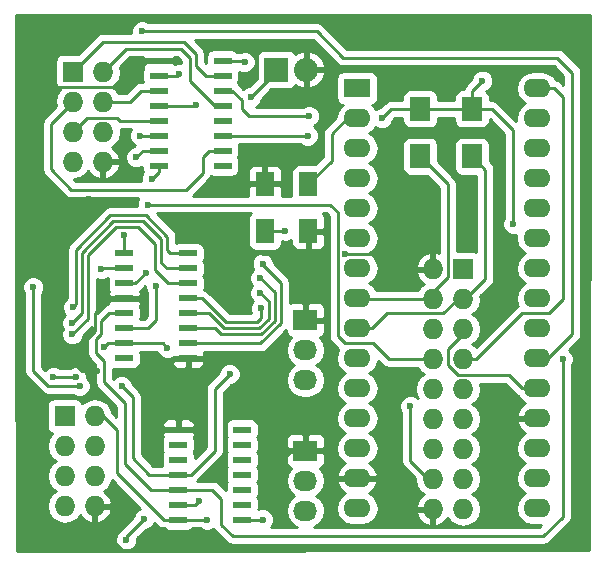
<source format=gbl>
G04 #@! TF.FileFunction,Copper,L2,Bot,Signal*
%FSLAX46Y46*%
G04 Gerber Fmt 4.6, Leading zero omitted, Abs format (unit mm)*
G04 Created by KiCad (PCBNEW 4.0.2-stable) date 11.06.2016 19:11:27*
%MOMM*%
G01*
G04 APERTURE LIST*
%ADD10C,0.100000*%
%ADD11R,1.600000X2.000000*%
%ADD12R,1.500000X0.600000*%
%ADD13R,1.727200X1.727200*%
%ADD14O,1.727200X1.727200*%
%ADD15R,2.032000X1.727200*%
%ADD16O,2.032000X1.727200*%
%ADD17R,1.700000X2.000000*%
%ADD18R,2.286000X1.574800*%
%ADD19O,2.286000X1.574800*%
%ADD20R,2.032000X2.032000*%
%ADD21O,2.032000X2.032000*%
%ADD22C,0.600000*%
%ADD23C,0.250000*%
%ADD24C,0.254000*%
G04 APERTURE END LIST*
D10*
D11*
X156464000Y-105124000D03*
X156464000Y-101124000D03*
X152781000Y-105124000D03*
X152781000Y-101124000D03*
D12*
X143794500Y-99568000D03*
X143794500Y-98298000D03*
X143794500Y-97028000D03*
X143794500Y-95758000D03*
X143794500Y-94488000D03*
X143794500Y-93218000D03*
X143794500Y-91948000D03*
X143794500Y-90678000D03*
X149194500Y-90678000D03*
X149194500Y-91948000D03*
X149194500Y-93218000D03*
X149194500Y-94488000D03*
X149194500Y-95758000D03*
X149194500Y-97028000D03*
X149194500Y-98298000D03*
X149194500Y-99568000D03*
D13*
X169545000Y-108331000D03*
D14*
X167005000Y-108331000D03*
X169545000Y-110871000D03*
X167005000Y-110871000D03*
X169545000Y-113411000D03*
X167005000Y-113411000D03*
X169545000Y-115951000D03*
X167005000Y-115951000D03*
X169545000Y-118491000D03*
X167005000Y-118491000D03*
X169545000Y-121031000D03*
X167005000Y-121031000D03*
X169545000Y-123571000D03*
X167005000Y-123571000D03*
X169545000Y-126111000D03*
X167005000Y-126111000D03*
X169545000Y-128651000D03*
X167005000Y-128651000D03*
D15*
X156210000Y-112649000D03*
D16*
X156210000Y-115189000D03*
X156210000Y-117729000D03*
D15*
X156210000Y-123698000D03*
D16*
X156210000Y-126238000D03*
X156210000Y-128778000D03*
D13*
X135826500Y-120777000D03*
D14*
X138366500Y-120777000D03*
X135826500Y-123317000D03*
X138366500Y-123317000D03*
X135826500Y-125857000D03*
X138366500Y-125857000D03*
X135826500Y-128397000D03*
X138366500Y-128397000D03*
D17*
X170307000Y-94774000D03*
X170307000Y-98774000D03*
X165925500Y-94774000D03*
X165925500Y-98774000D03*
D12*
X146273500Y-106997500D03*
X146273500Y-108267500D03*
X146273500Y-109537500D03*
X146273500Y-110807500D03*
X146273500Y-112077500D03*
X146273500Y-113347500D03*
X146273500Y-114617500D03*
X146273500Y-115887500D03*
X140873500Y-115887500D03*
X140873500Y-114617500D03*
X140873500Y-113347500D03*
X140873500Y-112077500D03*
X140873500Y-110807500D03*
X140873500Y-109537500D03*
X140873500Y-108267500D03*
X140873500Y-106997500D03*
D13*
X136525000Y-91630500D03*
D14*
X139065000Y-91630500D03*
X136525000Y-94170500D03*
X139065000Y-94170500D03*
X136525000Y-96710500D03*
X139065000Y-96710500D03*
X136525000Y-99250500D03*
X139065000Y-99250500D03*
D18*
X160591500Y-93027500D03*
D19*
X160591500Y-95567500D03*
X160591500Y-98107500D03*
X160591500Y-100647500D03*
X160591500Y-103187500D03*
X160591500Y-105727500D03*
X160591500Y-108267500D03*
X160591500Y-110807500D03*
X160591500Y-113347500D03*
X160591500Y-115887500D03*
X160591500Y-118427500D03*
X160591500Y-120967500D03*
X160591500Y-123507500D03*
X160591500Y-126047500D03*
X160591500Y-128587500D03*
X175831500Y-128587500D03*
X175831500Y-126047500D03*
X175831500Y-123507500D03*
X175831500Y-120967500D03*
X175831500Y-118427500D03*
X175831500Y-115887500D03*
X175831500Y-113347500D03*
X175831500Y-110807500D03*
X175831500Y-108267500D03*
X175831500Y-105727500D03*
X175831500Y-103187500D03*
X175831500Y-100647500D03*
X175831500Y-98107500D03*
X175831500Y-95567500D03*
X175831500Y-93027500D03*
D20*
X153733500Y-91440000D03*
D21*
X156273500Y-91440000D03*
D12*
X145445500Y-129540000D03*
X145445500Y-128270000D03*
X145445500Y-127000000D03*
X145445500Y-125730000D03*
X145445500Y-124460000D03*
X145445500Y-123190000D03*
X145445500Y-121920000D03*
X150845500Y-121920000D03*
X150845500Y-123190000D03*
X150845500Y-124460000D03*
X150845500Y-125730000D03*
X150845500Y-127000000D03*
X150845500Y-128270000D03*
X150845500Y-129540000D03*
D22*
X138557000Y-116967000D03*
X152781000Y-106934000D03*
X167640000Y-87122000D03*
X167640000Y-91440000D03*
X159575500Y-107061000D03*
X157480000Y-107061000D03*
X153924000Y-129667000D03*
X152019000Y-131889500D03*
X152400000Y-116776500D03*
X152336500Y-119062500D03*
X136588500Y-115379500D03*
X137858500Y-102362000D03*
X135001000Y-105029000D03*
X143510000Y-121920000D03*
X143192500Y-100711000D03*
X171196000Y-92392500D03*
X173799500Y-104521000D03*
X162687000Y-95567500D03*
X152590500Y-129540000D03*
X134874000Y-117475000D03*
X136779000Y-117475000D03*
X139192000Y-114935000D03*
X144526000Y-114998500D03*
X151574500Y-93789500D03*
X154495500Y-105092500D03*
X140843000Y-105410000D03*
X141033500Y-131254500D03*
X142557500Y-129476500D03*
X140652500Y-118237000D03*
X137096500Y-118237000D03*
X133159500Y-109855000D03*
X149796500Y-117221000D03*
X138938000Y-108331000D03*
X136525000Y-111569500D03*
X136461500Y-112903000D03*
X136461500Y-113855500D03*
X147193000Y-127952500D03*
X152463500Y-111633000D03*
X152400000Y-110363000D03*
X152400000Y-109093000D03*
X152590500Y-107886500D03*
X141859000Y-98869500D03*
X142875000Y-102870000D03*
X142240000Y-97028000D03*
X142367000Y-88201500D03*
X143573500Y-109791500D03*
X146939000Y-94424500D03*
X142684500Y-108648500D03*
X145478500Y-91821000D03*
X151066500Y-90805000D03*
X156527500Y-95377000D03*
X156400500Y-97028000D03*
X165100000Y-119951500D03*
X147891500Y-129540000D03*
X177990500Y-115951000D03*
D23*
X137287000Y-116967000D02*
X138557000Y-116967000D01*
X136588500Y-116268500D02*
X136588500Y-115379500D01*
X136588500Y-116268500D02*
X137287000Y-116967000D01*
X152781000Y-106934000D02*
X154940000Y-106934000D01*
X156273500Y-91440000D02*
X167576500Y-91376500D01*
X133858000Y-91694000D02*
X135096250Y-92932250D01*
X133858000Y-90932000D02*
X133858000Y-91694000D01*
X137668000Y-87122000D02*
X133858000Y-90932000D01*
X164909500Y-87122000D02*
X137668000Y-87122000D01*
X167640000Y-87122000D02*
X164909500Y-87122000D01*
X167576500Y-91376500D02*
X167640000Y-91440000D01*
X154940000Y-106934000D02*
X156781500Y-106934000D01*
X156781500Y-106934000D02*
X156464000Y-106616500D01*
X156464000Y-106616500D02*
X156464000Y-105124000D01*
X167005000Y-108331000D02*
X163639500Y-108331000D01*
X163639500Y-108331000D02*
X162369500Y-107061000D01*
X162369500Y-107061000D02*
X159575500Y-107061000D01*
X157480000Y-107061000D02*
X157416500Y-106997500D01*
X157416500Y-106997500D02*
X156845000Y-106997500D01*
X156845000Y-106997500D02*
X156464000Y-106616500D01*
X156464000Y-106616500D02*
X156464000Y-105124000D01*
X154940000Y-106934000D02*
X155384500Y-106934000D01*
X156464000Y-105854500D02*
X156464000Y-105124000D01*
X138366500Y-128397000D02*
X138366500Y-129730500D01*
X155067000Y-123698000D02*
X156210000Y-123698000D01*
X153987500Y-124777500D02*
X155067000Y-123698000D01*
X153987500Y-129603500D02*
X153987500Y-124777500D01*
X153924000Y-129667000D02*
X153987500Y-129603500D01*
X140716000Y-132080000D02*
X152019000Y-131889500D01*
X138366500Y-129730500D02*
X140716000Y-132080000D01*
X152400000Y-116776500D02*
X152336500Y-116840000D01*
X152336500Y-116840000D02*
X152336500Y-119062500D01*
X140873500Y-110807500D02*
X139636500Y-110807500D01*
X138430000Y-113538000D02*
X136588500Y-115379500D01*
X138430000Y-112014000D02*
X138430000Y-113538000D01*
X139636500Y-110807500D02*
X138430000Y-112014000D01*
X143794500Y-90678000D02*
X142811500Y-90678000D01*
X133032500Y-103060500D02*
X135001000Y-105029000D01*
X133032500Y-94996000D02*
X133032500Y-103060500D01*
X135128000Y-92900500D02*
X135096250Y-92932250D01*
X135096250Y-92932250D02*
X133032500Y-94996000D01*
X140589000Y-92900500D02*
X135128000Y-92900500D01*
X142811500Y-90678000D02*
X140589000Y-92900500D01*
X137668000Y-102362000D02*
X137858500Y-102362000D01*
X135001000Y-105029000D02*
X137668000Y-102362000D01*
X138366500Y-128397000D02*
X138366500Y-128460500D01*
X143510000Y-121920000D02*
X145509000Y-121920000D01*
X160591500Y-95567500D02*
X159766000Y-95567500D01*
X159766000Y-95567500D02*
X158432500Y-96901000D01*
X158432500Y-99155500D02*
X156464000Y-101124000D01*
X158432500Y-96901000D02*
X158432500Y-99155500D01*
X143794500Y-100109000D02*
X143794500Y-99568000D01*
X143192500Y-100711000D02*
X143794500Y-100109000D01*
X170307000Y-94774000D02*
X170307000Y-93281500D01*
X170307000Y-93281500D02*
X171196000Y-92392500D01*
X170307000Y-94774000D02*
X171990000Y-94774000D01*
X173799500Y-96583500D02*
X173799500Y-104521000D01*
X171990000Y-94774000D02*
X173799500Y-96583500D01*
X165925500Y-94774000D02*
X170307000Y-94774000D01*
X163480500Y-94774000D02*
X165925500Y-94774000D01*
X162687000Y-95567500D02*
X163480500Y-94774000D01*
X150845500Y-129540000D02*
X152590500Y-129540000D01*
X140873500Y-114617500D02*
X139509500Y-114617500D01*
X136779000Y-117475000D02*
X134874000Y-117475000D01*
X139509500Y-114617500D02*
X139192000Y-114935000D01*
X144145000Y-114617500D02*
X140873500Y-114617500D01*
X144526000Y-114998500D02*
X144145000Y-114617500D01*
X151574500Y-93789500D02*
X153733500Y-91630500D01*
X153733500Y-91630500D02*
X153733500Y-91440000D01*
X152781000Y-105124000D02*
X154464000Y-105124000D01*
X154464000Y-105124000D02*
X154495500Y-105092500D01*
X140873500Y-106997500D02*
X140873500Y-105440500D01*
X140873500Y-105440500D02*
X140843000Y-105410000D01*
X141033500Y-131000500D02*
X141033500Y-131254500D01*
X142557500Y-129476500D02*
X141033500Y-131000500D01*
X133159500Y-116268500D02*
X133159500Y-116967000D01*
X143002000Y-125730000D02*
X141605000Y-124333000D01*
X141605000Y-124333000D02*
X141605000Y-119189500D01*
X141605000Y-119189500D02*
X140652500Y-118237000D01*
X133159500Y-116268500D02*
X133159500Y-109855000D01*
X143002000Y-125730000D02*
X145509000Y-125730000D01*
X134429500Y-118237000D02*
X137096500Y-118237000D01*
X133159500Y-116967000D02*
X134429500Y-118237000D01*
X145509000Y-125730000D02*
X146494500Y-125730000D01*
X146494500Y-125730000D02*
X148526500Y-123698000D01*
X148526500Y-123698000D02*
X148526500Y-118491000D01*
X148526500Y-118491000D02*
X149796500Y-117221000D01*
X139001500Y-108267500D02*
X140873500Y-108267500D01*
X138938000Y-108331000D02*
X139001500Y-108267500D01*
X146273500Y-106997500D02*
X144780000Y-106997500D01*
X136779000Y-111315500D02*
X136525000Y-111569500D01*
X136779000Y-106680000D02*
X136779000Y-111315500D01*
X139700000Y-103759000D02*
X136779000Y-106680000D01*
X142684500Y-103759000D02*
X139700000Y-103759000D01*
X144526000Y-105600500D02*
X142684500Y-103759000D01*
X144526000Y-106743500D02*
X144526000Y-105600500D01*
X144780000Y-106997500D02*
X144526000Y-106743500D01*
X137287000Y-106934000D02*
X137287000Y-112077500D01*
X144462500Y-108267500D02*
X144018000Y-107823000D01*
X144018000Y-107823000D02*
X144018000Y-105791000D01*
X144018000Y-105791000D02*
X142494000Y-104267000D01*
X142494000Y-104267000D02*
X139954000Y-104267000D01*
X139954000Y-104267000D02*
X137287000Y-106934000D01*
X146273500Y-108267500D02*
X144462500Y-108267500D01*
X137287000Y-112077500D02*
X136461500Y-112903000D01*
X137795000Y-107124500D02*
X137795000Y-112522000D01*
X144589500Y-109537500D02*
X143446500Y-108394500D01*
X143446500Y-108394500D02*
X143446500Y-106172000D01*
X143446500Y-106172000D02*
X142049500Y-104775000D01*
X142049500Y-104775000D02*
X140144500Y-104775000D01*
X140144500Y-104775000D02*
X137795000Y-107124500D01*
X146273500Y-109537500D02*
X144589500Y-109537500D01*
X137795000Y-112522000D02*
X136461500Y-113855500D01*
X147193000Y-127952500D02*
X146875500Y-128270000D01*
X145509000Y-128270000D02*
X146875500Y-128270000D01*
X146273500Y-110807500D02*
X147447000Y-110807500D01*
X152463500Y-112458500D02*
X152463500Y-111633000D01*
X152082500Y-112839500D02*
X152463500Y-112458500D01*
X149479000Y-112839500D02*
X152082500Y-112839500D01*
X147447000Y-110807500D02*
X149479000Y-112839500D01*
X146273500Y-112077500D02*
X148018500Y-112077500D01*
X153098500Y-111061500D02*
X152400000Y-110363000D01*
X153098500Y-112522000D02*
X153098500Y-111061500D01*
X152273000Y-113347500D02*
X153098500Y-112522000D01*
X149288500Y-113347500D02*
X152273000Y-113347500D01*
X148018500Y-112077500D02*
X149288500Y-113347500D01*
X146273500Y-113347500D02*
X148590000Y-113347500D01*
X153606500Y-110299500D02*
X152400000Y-109093000D01*
X153606500Y-112712500D02*
X153606500Y-110299500D01*
X152463500Y-113855500D02*
X153606500Y-112712500D01*
X149098000Y-113855500D02*
X152463500Y-113855500D01*
X148590000Y-113347500D02*
X149098000Y-113855500D01*
X146273500Y-114617500D02*
X152400000Y-114617500D01*
X152590500Y-107950000D02*
X152590500Y-107886500D01*
X154114500Y-109474000D02*
X152590500Y-107950000D01*
X154114500Y-112903000D02*
X154114500Y-109474000D01*
X152400000Y-114617500D02*
X154114500Y-112903000D01*
X156908500Y-102870000D02*
X158305500Y-102870000D01*
X158940500Y-113982500D02*
X159575500Y-114617500D01*
X158940500Y-103505000D02*
X158940500Y-113982500D01*
X158305500Y-102870000D02*
X158940500Y-103505000D01*
X167005000Y-115951000D02*
X163258500Y-115951000D01*
X161925000Y-114617500D02*
X159575500Y-114617500D01*
X163258500Y-115951000D02*
X161925000Y-114617500D01*
X142430500Y-98298000D02*
X143794500Y-98298000D01*
X141859000Y-98869500D02*
X142430500Y-98298000D01*
X156972000Y-102870000D02*
X156908500Y-102870000D01*
X156908500Y-102870000D02*
X142875000Y-102870000D01*
X159575500Y-114617500D02*
X159512000Y-114617500D01*
X178816000Y-91884500D02*
X178816000Y-91694000D01*
X143794500Y-97028000D02*
X142240000Y-97028000D01*
X178816000Y-113792000D02*
X178816000Y-91884500D01*
X178816000Y-113792000D02*
X176720500Y-115887500D01*
X157162500Y-88201500D02*
X142367000Y-88201500D01*
X159385000Y-90424000D02*
X157162500Y-88201500D01*
X177546000Y-90424000D02*
X159385000Y-90424000D01*
X178816000Y-91694000D02*
X177546000Y-90424000D01*
X175831500Y-115887500D02*
X176720500Y-115887500D01*
X143794500Y-95758000D02*
X140525500Y-95758000D01*
X137731500Y-95504000D02*
X136525000Y-96710500D01*
X140271500Y-95504000D02*
X137731500Y-95504000D01*
X140525500Y-95758000D02*
X140271500Y-95504000D01*
X142875000Y-113347500D02*
X140873500Y-113347500D01*
X143573500Y-112649000D02*
X142875000Y-113347500D01*
X143573500Y-109791500D02*
X143573500Y-112649000D01*
X146875500Y-94488000D02*
X143794500Y-94488000D01*
X146939000Y-94424500D02*
X146875500Y-94488000D01*
X143794500Y-93218000D02*
X142303500Y-93218000D01*
X141351000Y-94170500D02*
X139065000Y-94170500D01*
X142303500Y-93218000D02*
X141351000Y-94170500D01*
X141795500Y-109537500D02*
X140873500Y-109537500D01*
X142684500Y-108648500D02*
X141795500Y-109537500D01*
X145351500Y-91948000D02*
X143794500Y-91948000D01*
X145478500Y-91821000D02*
X145351500Y-91948000D01*
X151066500Y-90805000D02*
X150939500Y-90678000D01*
X149194500Y-90678000D02*
X150939500Y-90678000D01*
X149194500Y-91948000D02*
X147764500Y-91948000D01*
X139065000Y-89090500D02*
X136525000Y-91630500D01*
X145923000Y-89090500D02*
X139065000Y-89090500D01*
X146939000Y-90106500D02*
X145923000Y-89090500D01*
X146939000Y-91122500D02*
X146939000Y-90106500D01*
X147764500Y-91948000D02*
X146939000Y-91122500D01*
X149194500Y-93218000D02*
X149987000Y-93218000D01*
X151447500Y-95377000D02*
X152844500Y-95377000D01*
X150812500Y-94742000D02*
X151447500Y-95377000D01*
X150812500Y-94043500D02*
X150812500Y-94742000D01*
X149987000Y-93218000D02*
X150812500Y-94043500D01*
X156527500Y-95377000D02*
X152844500Y-95377000D01*
X152844500Y-95377000D02*
X152717500Y-95377000D01*
X149194500Y-94488000D02*
X148526500Y-94488000D01*
X148526500Y-94488000D02*
X146431000Y-92392500D01*
X146431000Y-92392500D02*
X146431000Y-90424000D01*
X146431000Y-90424000D02*
X145669000Y-89662000D01*
X145669000Y-89662000D02*
X141033500Y-89662000D01*
X141033500Y-89662000D02*
X139065000Y-91630500D01*
X156400500Y-97028000D02*
X151447500Y-97028000D01*
X151574500Y-97028000D02*
X151447500Y-97028000D01*
X151447500Y-97028000D02*
X149194500Y-97028000D01*
X149194500Y-98298000D02*
X148082000Y-98298000D01*
X134683500Y-96012000D02*
X136525000Y-94170500D01*
X134683500Y-99885500D02*
X134683500Y-96012000D01*
X136398000Y-101600000D02*
X134683500Y-99885500D01*
X146113500Y-101600000D02*
X136398000Y-101600000D01*
X147510500Y-100203000D02*
X146113500Y-101600000D01*
X147510500Y-98869500D02*
X147510500Y-100203000D01*
X148082000Y-98298000D02*
X147510500Y-98869500D01*
X169545000Y-110871000D02*
X169735500Y-110871000D01*
X169735500Y-110871000D02*
X171450000Y-109156500D01*
X171450000Y-99917000D02*
X170307000Y-98774000D01*
X171450000Y-109156500D02*
X171450000Y-99917000D01*
X169545000Y-110871000D02*
X169100500Y-110871000D01*
X169100500Y-110871000D02*
X167894000Y-112077500D01*
X167894000Y-112077500D02*
X163131500Y-112077500D01*
X163131500Y-112077500D02*
X161861500Y-113347500D01*
X161861500Y-113347500D02*
X160591500Y-113347500D01*
X167005000Y-110871000D02*
X167005000Y-110299500D01*
X167005000Y-110299500D02*
X168275000Y-109029500D01*
X168275000Y-101123500D02*
X165925500Y-98774000D01*
X168275000Y-109029500D02*
X168275000Y-101123500D01*
X167005000Y-110871000D02*
X160655000Y-110871000D01*
X160655000Y-110871000D02*
X160591500Y-110807500D01*
X169545000Y-113411000D02*
X169545000Y-113855500D01*
X169545000Y-113855500D02*
X168275000Y-115125500D01*
X168275000Y-115125500D02*
X168275000Y-116459000D01*
X168275000Y-116459000D02*
X169100500Y-117284500D01*
X169100500Y-117284500D02*
X173418500Y-117284500D01*
X173418500Y-117284500D02*
X174561500Y-118427500D01*
X174561500Y-118427500D02*
X175831500Y-118427500D01*
X169545000Y-115951000D02*
X170688000Y-115951000D01*
X178054000Y-110871000D02*
X178054000Y-93789500D01*
X176847500Y-112077500D02*
X178054000Y-110871000D01*
X174561500Y-112077500D02*
X176847500Y-112077500D01*
X170688000Y-115951000D02*
X174561500Y-112077500D01*
X177292000Y-93027500D02*
X175831500Y-93027500D01*
X178054000Y-93789500D02*
X177292000Y-93027500D01*
X167005000Y-126111000D02*
X166624000Y-126111000D01*
X166624000Y-126111000D02*
X165100000Y-124587000D01*
X165100000Y-124587000D02*
X165100000Y-119951500D01*
X138366500Y-120777000D02*
X139065000Y-120777000D01*
X139065000Y-120777000D02*
X140271500Y-121983500D01*
X140271500Y-121983500D02*
X140271500Y-125603000D01*
X140271500Y-125603000D02*
X144208500Y-129540000D01*
X144208500Y-129540000D02*
X145509000Y-129540000D01*
X147891500Y-129540000D02*
X145509000Y-129540000D01*
X135826500Y-125857000D02*
X135953500Y-125857000D01*
X149098000Y-129095500D02*
X149098000Y-127762000D01*
X177990500Y-129286000D02*
X177990500Y-115951000D01*
X176339500Y-130937000D02*
X177990500Y-129286000D01*
X150050500Y-130937000D02*
X176339500Y-130937000D01*
X149098000Y-129984500D02*
X150050500Y-130937000D01*
X149098000Y-129095500D02*
X149098000Y-129984500D01*
X140970000Y-119697500D02*
X139192000Y-117919500D01*
X139573000Y-112077500D02*
X139255500Y-112395000D01*
X145509000Y-127000000D02*
X143129000Y-127000000D01*
X143129000Y-127000000D02*
X140970000Y-124841000D01*
X140970000Y-124841000D02*
X140970000Y-119697500D01*
X139573000Y-112077500D02*
X139763500Y-112077500D01*
X138938000Y-112712500D02*
X139255500Y-112395000D01*
X138938000Y-113792000D02*
X138938000Y-112712500D01*
X138493500Y-114236500D02*
X138938000Y-113792000D01*
X138493500Y-115443000D02*
X138493500Y-114236500D01*
X139192000Y-116141500D02*
X138493500Y-115443000D01*
X139192000Y-117919500D02*
X139192000Y-116141500D01*
X149098000Y-127762000D02*
X148336000Y-127000000D01*
X148336000Y-127000000D02*
X147002500Y-127000000D01*
X147002500Y-127000000D02*
X145509000Y-127000000D01*
X139700000Y-112077500D02*
X139763500Y-112077500D01*
X139763500Y-112077500D02*
X140873500Y-112077500D01*
D24*
G36*
X180213176Y-132143665D02*
X131762323Y-132206834D01*
X131731494Y-110040167D01*
X132224338Y-110040167D01*
X132366383Y-110383943D01*
X132399500Y-110417118D01*
X132399500Y-116967000D01*
X132457352Y-117257839D01*
X132622099Y-117504401D01*
X133892099Y-118774401D01*
X134138660Y-118939148D01*
X134429500Y-118997000D01*
X136534037Y-118997000D01*
X136566173Y-119029192D01*
X136909701Y-119171838D01*
X137281667Y-119172162D01*
X137625443Y-119030117D01*
X137888692Y-118767327D01*
X138031338Y-118423799D01*
X138031662Y-118051833D01*
X137889617Y-117708057D01*
X137713951Y-117532084D01*
X137714162Y-117289833D01*
X137572117Y-116946057D01*
X137309327Y-116682808D01*
X136965799Y-116540162D01*
X136593833Y-116539838D01*
X136250057Y-116681883D01*
X136216882Y-116715000D01*
X135436463Y-116715000D01*
X135404327Y-116682808D01*
X135060799Y-116540162D01*
X134688833Y-116539838D01*
X134345057Y-116681883D01*
X134146948Y-116879646D01*
X133919500Y-116652198D01*
X133919500Y-110417463D01*
X133951692Y-110385327D01*
X134094338Y-110041799D01*
X134094662Y-109669833D01*
X133952617Y-109326057D01*
X133689827Y-109062808D01*
X133346299Y-108920162D01*
X132974333Y-108919838D01*
X132630557Y-109061883D01*
X132367308Y-109324673D01*
X132224662Y-109668201D01*
X132224338Y-110040167D01*
X131731494Y-110040167D01*
X131711984Y-96012000D01*
X133923500Y-96012000D01*
X133923500Y-99885500D01*
X133981352Y-100176339D01*
X134146099Y-100422901D01*
X135860599Y-102137401D01*
X136107161Y-102302148D01*
X136398000Y-102360000D01*
X142074367Y-102360000D01*
X141940162Y-102683201D01*
X141939887Y-102999000D01*
X139700000Y-102999000D01*
X139409161Y-103056852D01*
X139162599Y-103221599D01*
X136241599Y-106142599D01*
X136076852Y-106389161D01*
X136019000Y-106680000D01*
X136019000Y-110766903D01*
X135996057Y-110776383D01*
X135732808Y-111039173D01*
X135590162Y-111382701D01*
X135589838Y-111754667D01*
X135731883Y-112098443D01*
X135837765Y-112204510D01*
X135669308Y-112372673D01*
X135526662Y-112716201D01*
X135526338Y-113088167D01*
X135646732Y-113379543D01*
X135526662Y-113668701D01*
X135526338Y-114040667D01*
X135668383Y-114384443D01*
X135931173Y-114647692D01*
X136274701Y-114790338D01*
X136646667Y-114790662D01*
X136990443Y-114648617D01*
X137253692Y-114385827D01*
X137396338Y-114042299D01*
X137396379Y-113995423D01*
X138178000Y-113213802D01*
X138178000Y-113477198D01*
X137956099Y-113699099D01*
X137791352Y-113945661D01*
X137733500Y-114236500D01*
X137733500Y-115443000D01*
X137791352Y-115733839D01*
X137956099Y-115980401D01*
X138432000Y-116456302D01*
X138432000Y-117919500D01*
X138489852Y-118210339D01*
X138654599Y-118456901D01*
X140210000Y-120012302D01*
X140210000Y-120847198D01*
X139833540Y-120470738D01*
X139780385Y-120203511D01*
X139455529Y-119717330D01*
X138969348Y-119392474D01*
X138395859Y-119278400D01*
X138337141Y-119278400D01*
X137763652Y-119392474D01*
X137298058Y-119703574D01*
X137293262Y-119678083D01*
X137154190Y-119461959D01*
X136941990Y-119316969D01*
X136690100Y-119265960D01*
X134962900Y-119265960D01*
X134727583Y-119310238D01*
X134511459Y-119449310D01*
X134366469Y-119661510D01*
X134315460Y-119913400D01*
X134315460Y-121640600D01*
X134359738Y-121875917D01*
X134498810Y-122092041D01*
X134711010Y-122237031D01*
X134754631Y-122245864D01*
X134737471Y-122257330D01*
X134412615Y-122743511D01*
X134298541Y-123317000D01*
X134412615Y-123890489D01*
X134737471Y-124376670D01*
X135052252Y-124587000D01*
X134737471Y-124797330D01*
X134412615Y-125283511D01*
X134298541Y-125857000D01*
X134412615Y-126430489D01*
X134737471Y-126916670D01*
X135052252Y-127127000D01*
X134737471Y-127337330D01*
X134412615Y-127823511D01*
X134298541Y-128397000D01*
X134412615Y-128970489D01*
X134737471Y-129456670D01*
X135223652Y-129781526D01*
X135797141Y-129895600D01*
X135855859Y-129895600D01*
X136429348Y-129781526D01*
X136915529Y-129456670D01*
X137096492Y-129185839D01*
X137478010Y-129603821D01*
X138007473Y-129851968D01*
X138239500Y-129731469D01*
X138239500Y-128524000D01*
X138493500Y-128524000D01*
X138493500Y-129731469D01*
X138725527Y-129851968D01*
X139254990Y-129603821D01*
X139649188Y-129171947D01*
X139821458Y-128756026D01*
X139700317Y-128524000D01*
X138493500Y-128524000D01*
X138239500Y-128524000D01*
X138219500Y-128524000D01*
X138219500Y-128270000D01*
X138239500Y-128270000D01*
X138239500Y-128250000D01*
X138493500Y-128250000D01*
X138493500Y-128270000D01*
X139700317Y-128270000D01*
X139821458Y-128037974D01*
X139649188Y-127622053D01*
X139254990Y-127190179D01*
X139132272Y-127132664D01*
X139455529Y-126916670D01*
X139780385Y-126430489D01*
X139820834Y-126227136D01*
X142204417Y-128610719D01*
X142028557Y-128683383D01*
X141765308Y-128946173D01*
X141622662Y-129289701D01*
X141622621Y-129336577D01*
X140496099Y-130463099D01*
X140482600Y-130483302D01*
X140241308Y-130724173D01*
X140098662Y-131067701D01*
X140098338Y-131439667D01*
X140240383Y-131783443D01*
X140503173Y-132046692D01*
X140846701Y-132189338D01*
X141218667Y-132189662D01*
X141562443Y-132047617D01*
X141825692Y-131784827D01*
X141968338Y-131441299D01*
X141968600Y-131140202D01*
X142697180Y-130411622D01*
X142742667Y-130411662D01*
X143086443Y-130269617D01*
X143349692Y-130006827D01*
X143423288Y-129829590D01*
X143671099Y-130077401D01*
X143917661Y-130242148D01*
X144208500Y-130300000D01*
X144243937Y-130300000D01*
X144443610Y-130436431D01*
X144695500Y-130487440D01*
X146195500Y-130487440D01*
X146430817Y-130443162D01*
X146646941Y-130304090D01*
X146649736Y-130300000D01*
X147329037Y-130300000D01*
X147361173Y-130332192D01*
X147704701Y-130474838D01*
X148076667Y-130475162D01*
X148420443Y-130333117D01*
X148428850Y-130324724D01*
X148560599Y-130521901D01*
X149513099Y-131474401D01*
X149759660Y-131639148D01*
X149807914Y-131648746D01*
X150050500Y-131697000D01*
X176339500Y-131697000D01*
X176630339Y-131639148D01*
X176876901Y-131474401D01*
X178527901Y-129823401D01*
X178692648Y-129576839D01*
X178750500Y-129286000D01*
X178750500Y-116513463D01*
X178782692Y-116481327D01*
X178925338Y-116137799D01*
X178925662Y-115765833D01*
X178783617Y-115422057D01*
X178522409Y-115160393D01*
X179353401Y-114329401D01*
X179518148Y-114082839D01*
X179576000Y-113792000D01*
X179576000Y-91694000D01*
X179540658Y-91516327D01*
X179518148Y-91403160D01*
X179353401Y-91156599D01*
X178083401Y-89886599D01*
X177836839Y-89721852D01*
X177546000Y-89664000D01*
X159699802Y-89664000D01*
X157699901Y-87664099D01*
X157453339Y-87499352D01*
X157162500Y-87441500D01*
X142929463Y-87441500D01*
X142897327Y-87409308D01*
X142553799Y-87266662D01*
X142181833Y-87266338D01*
X141838057Y-87408383D01*
X141574808Y-87671173D01*
X141432162Y-88014701D01*
X141431887Y-88330500D01*
X139065000Y-88330500D01*
X138822414Y-88378754D01*
X138774160Y-88388352D01*
X138527599Y-88553099D01*
X136961238Y-90119460D01*
X135661400Y-90119460D01*
X135426083Y-90163738D01*
X135209959Y-90302810D01*
X135064969Y-90515010D01*
X135013960Y-90766900D01*
X135013960Y-92494100D01*
X135058238Y-92729417D01*
X135197310Y-92945541D01*
X135409510Y-93090531D01*
X135453131Y-93099364D01*
X135435971Y-93110830D01*
X135111115Y-93597011D01*
X134997041Y-94170500D01*
X135072225Y-94548473D01*
X134146099Y-95474599D01*
X133981352Y-95721161D01*
X133923500Y-96012000D01*
X131711984Y-96012000D01*
X131699177Y-86804500D01*
X180276323Y-86804500D01*
X180213176Y-132143665D01*
X180213176Y-132143665D01*
G37*
X180213176Y-132143665D02*
X131762323Y-132206834D01*
X131731494Y-110040167D01*
X132224338Y-110040167D01*
X132366383Y-110383943D01*
X132399500Y-110417118D01*
X132399500Y-116967000D01*
X132457352Y-117257839D01*
X132622099Y-117504401D01*
X133892099Y-118774401D01*
X134138660Y-118939148D01*
X134429500Y-118997000D01*
X136534037Y-118997000D01*
X136566173Y-119029192D01*
X136909701Y-119171838D01*
X137281667Y-119172162D01*
X137625443Y-119030117D01*
X137888692Y-118767327D01*
X138031338Y-118423799D01*
X138031662Y-118051833D01*
X137889617Y-117708057D01*
X137713951Y-117532084D01*
X137714162Y-117289833D01*
X137572117Y-116946057D01*
X137309327Y-116682808D01*
X136965799Y-116540162D01*
X136593833Y-116539838D01*
X136250057Y-116681883D01*
X136216882Y-116715000D01*
X135436463Y-116715000D01*
X135404327Y-116682808D01*
X135060799Y-116540162D01*
X134688833Y-116539838D01*
X134345057Y-116681883D01*
X134146948Y-116879646D01*
X133919500Y-116652198D01*
X133919500Y-110417463D01*
X133951692Y-110385327D01*
X134094338Y-110041799D01*
X134094662Y-109669833D01*
X133952617Y-109326057D01*
X133689827Y-109062808D01*
X133346299Y-108920162D01*
X132974333Y-108919838D01*
X132630557Y-109061883D01*
X132367308Y-109324673D01*
X132224662Y-109668201D01*
X132224338Y-110040167D01*
X131731494Y-110040167D01*
X131711984Y-96012000D01*
X133923500Y-96012000D01*
X133923500Y-99885500D01*
X133981352Y-100176339D01*
X134146099Y-100422901D01*
X135860599Y-102137401D01*
X136107161Y-102302148D01*
X136398000Y-102360000D01*
X142074367Y-102360000D01*
X141940162Y-102683201D01*
X141939887Y-102999000D01*
X139700000Y-102999000D01*
X139409161Y-103056852D01*
X139162599Y-103221599D01*
X136241599Y-106142599D01*
X136076852Y-106389161D01*
X136019000Y-106680000D01*
X136019000Y-110766903D01*
X135996057Y-110776383D01*
X135732808Y-111039173D01*
X135590162Y-111382701D01*
X135589838Y-111754667D01*
X135731883Y-112098443D01*
X135837765Y-112204510D01*
X135669308Y-112372673D01*
X135526662Y-112716201D01*
X135526338Y-113088167D01*
X135646732Y-113379543D01*
X135526662Y-113668701D01*
X135526338Y-114040667D01*
X135668383Y-114384443D01*
X135931173Y-114647692D01*
X136274701Y-114790338D01*
X136646667Y-114790662D01*
X136990443Y-114648617D01*
X137253692Y-114385827D01*
X137396338Y-114042299D01*
X137396379Y-113995423D01*
X138178000Y-113213802D01*
X138178000Y-113477198D01*
X137956099Y-113699099D01*
X137791352Y-113945661D01*
X137733500Y-114236500D01*
X137733500Y-115443000D01*
X137791352Y-115733839D01*
X137956099Y-115980401D01*
X138432000Y-116456302D01*
X138432000Y-117919500D01*
X138489852Y-118210339D01*
X138654599Y-118456901D01*
X140210000Y-120012302D01*
X140210000Y-120847198D01*
X139833540Y-120470738D01*
X139780385Y-120203511D01*
X139455529Y-119717330D01*
X138969348Y-119392474D01*
X138395859Y-119278400D01*
X138337141Y-119278400D01*
X137763652Y-119392474D01*
X137298058Y-119703574D01*
X137293262Y-119678083D01*
X137154190Y-119461959D01*
X136941990Y-119316969D01*
X136690100Y-119265960D01*
X134962900Y-119265960D01*
X134727583Y-119310238D01*
X134511459Y-119449310D01*
X134366469Y-119661510D01*
X134315460Y-119913400D01*
X134315460Y-121640600D01*
X134359738Y-121875917D01*
X134498810Y-122092041D01*
X134711010Y-122237031D01*
X134754631Y-122245864D01*
X134737471Y-122257330D01*
X134412615Y-122743511D01*
X134298541Y-123317000D01*
X134412615Y-123890489D01*
X134737471Y-124376670D01*
X135052252Y-124587000D01*
X134737471Y-124797330D01*
X134412615Y-125283511D01*
X134298541Y-125857000D01*
X134412615Y-126430489D01*
X134737471Y-126916670D01*
X135052252Y-127127000D01*
X134737471Y-127337330D01*
X134412615Y-127823511D01*
X134298541Y-128397000D01*
X134412615Y-128970489D01*
X134737471Y-129456670D01*
X135223652Y-129781526D01*
X135797141Y-129895600D01*
X135855859Y-129895600D01*
X136429348Y-129781526D01*
X136915529Y-129456670D01*
X137096492Y-129185839D01*
X137478010Y-129603821D01*
X138007473Y-129851968D01*
X138239500Y-129731469D01*
X138239500Y-128524000D01*
X138493500Y-128524000D01*
X138493500Y-129731469D01*
X138725527Y-129851968D01*
X139254990Y-129603821D01*
X139649188Y-129171947D01*
X139821458Y-128756026D01*
X139700317Y-128524000D01*
X138493500Y-128524000D01*
X138239500Y-128524000D01*
X138219500Y-128524000D01*
X138219500Y-128270000D01*
X138239500Y-128270000D01*
X138239500Y-128250000D01*
X138493500Y-128250000D01*
X138493500Y-128270000D01*
X139700317Y-128270000D01*
X139821458Y-128037974D01*
X139649188Y-127622053D01*
X139254990Y-127190179D01*
X139132272Y-127132664D01*
X139455529Y-126916670D01*
X139780385Y-126430489D01*
X139820834Y-126227136D01*
X142204417Y-128610719D01*
X142028557Y-128683383D01*
X141765308Y-128946173D01*
X141622662Y-129289701D01*
X141622621Y-129336577D01*
X140496099Y-130463099D01*
X140482600Y-130483302D01*
X140241308Y-130724173D01*
X140098662Y-131067701D01*
X140098338Y-131439667D01*
X140240383Y-131783443D01*
X140503173Y-132046692D01*
X140846701Y-132189338D01*
X141218667Y-132189662D01*
X141562443Y-132047617D01*
X141825692Y-131784827D01*
X141968338Y-131441299D01*
X141968600Y-131140202D01*
X142697180Y-130411622D01*
X142742667Y-130411662D01*
X143086443Y-130269617D01*
X143349692Y-130006827D01*
X143423288Y-129829590D01*
X143671099Y-130077401D01*
X143917661Y-130242148D01*
X144208500Y-130300000D01*
X144243937Y-130300000D01*
X144443610Y-130436431D01*
X144695500Y-130487440D01*
X146195500Y-130487440D01*
X146430817Y-130443162D01*
X146646941Y-130304090D01*
X146649736Y-130300000D01*
X147329037Y-130300000D01*
X147361173Y-130332192D01*
X147704701Y-130474838D01*
X148076667Y-130475162D01*
X148420443Y-130333117D01*
X148428850Y-130324724D01*
X148560599Y-130521901D01*
X149513099Y-131474401D01*
X149759660Y-131639148D01*
X149807914Y-131648746D01*
X150050500Y-131697000D01*
X176339500Y-131697000D01*
X176630339Y-131639148D01*
X176876901Y-131474401D01*
X178527901Y-129823401D01*
X178692648Y-129576839D01*
X178750500Y-129286000D01*
X178750500Y-116513463D01*
X178782692Y-116481327D01*
X178925338Y-116137799D01*
X178925662Y-115765833D01*
X178783617Y-115422057D01*
X178522409Y-115160393D01*
X179353401Y-114329401D01*
X179518148Y-114082839D01*
X179576000Y-113792000D01*
X179576000Y-91694000D01*
X179540658Y-91516327D01*
X179518148Y-91403160D01*
X179353401Y-91156599D01*
X178083401Y-89886599D01*
X177836839Y-89721852D01*
X177546000Y-89664000D01*
X159699802Y-89664000D01*
X157699901Y-87664099D01*
X157453339Y-87499352D01*
X157162500Y-87441500D01*
X142929463Y-87441500D01*
X142897327Y-87409308D01*
X142553799Y-87266662D01*
X142181833Y-87266338D01*
X141838057Y-87408383D01*
X141574808Y-87671173D01*
X141432162Y-88014701D01*
X141431887Y-88330500D01*
X139065000Y-88330500D01*
X138822414Y-88378754D01*
X138774160Y-88388352D01*
X138527599Y-88553099D01*
X136961238Y-90119460D01*
X135661400Y-90119460D01*
X135426083Y-90163738D01*
X135209959Y-90302810D01*
X135064969Y-90515010D01*
X135013960Y-90766900D01*
X135013960Y-92494100D01*
X135058238Y-92729417D01*
X135197310Y-92945541D01*
X135409510Y-93090531D01*
X135453131Y-93099364D01*
X135435971Y-93110830D01*
X135111115Y-93597011D01*
X134997041Y-94170500D01*
X135072225Y-94548473D01*
X134146099Y-95474599D01*
X133981352Y-95721161D01*
X133923500Y-96012000D01*
X131711984Y-96012000D01*
X131699177Y-86804500D01*
X180276323Y-86804500D01*
X180213176Y-132143665D01*
G36*
X151529559Y-103659910D02*
X151384569Y-103872110D01*
X151333560Y-104124000D01*
X151333560Y-106124000D01*
X151377838Y-106359317D01*
X151516910Y-106575441D01*
X151729110Y-106720431D01*
X151981000Y-106771440D01*
X153581000Y-106771440D01*
X153816317Y-106727162D01*
X154032441Y-106588090D01*
X154177431Y-106375890D01*
X154228440Y-106124000D01*
X154228440Y-105994011D01*
X154308701Y-106027338D01*
X154680667Y-106027662D01*
X155024443Y-105885617D01*
X155029000Y-105881068D01*
X155029000Y-106250309D01*
X155125673Y-106483698D01*
X155304301Y-106662327D01*
X155537690Y-106759000D01*
X156178250Y-106759000D01*
X156337000Y-106600250D01*
X156337000Y-105251000D01*
X156591000Y-105251000D01*
X156591000Y-106600250D01*
X156749750Y-106759000D01*
X157390310Y-106759000D01*
X157623699Y-106662327D01*
X157802327Y-106483698D01*
X157899000Y-106250309D01*
X157899000Y-105409750D01*
X157740250Y-105251000D01*
X156591000Y-105251000D01*
X156337000Y-105251000D01*
X156317000Y-105251000D01*
X156317000Y-104997000D01*
X156337000Y-104997000D01*
X156337000Y-104977000D01*
X156591000Y-104977000D01*
X156591000Y-104997000D01*
X157740250Y-104997000D01*
X157899000Y-104838250D01*
X157899000Y-103997691D01*
X157802327Y-103764302D01*
X157668026Y-103630000D01*
X157990698Y-103630000D01*
X158180500Y-103819802D01*
X158180500Y-113982500D01*
X158238352Y-114273339D01*
X158403099Y-114519901D01*
X158846732Y-114963534D01*
X158974599Y-115154901D01*
X159000967Y-115172519D01*
X158886941Y-115343171D01*
X158778667Y-115887500D01*
X158886941Y-116431829D01*
X159195278Y-116893289D01*
X159590699Y-117157500D01*
X159195278Y-117421711D01*
X158886941Y-117883171D01*
X158778667Y-118427500D01*
X158886941Y-118971829D01*
X159195278Y-119433289D01*
X159590699Y-119697500D01*
X159195278Y-119961711D01*
X158886941Y-120423171D01*
X158778667Y-120967500D01*
X158886941Y-121511829D01*
X159195278Y-121973289D01*
X159590699Y-122237500D01*
X159195278Y-122501711D01*
X158886941Y-122963171D01*
X158778667Y-123507500D01*
X158886941Y-124051829D01*
X159195278Y-124513289D01*
X159590330Y-124777254D01*
X159574238Y-124781975D01*
X159140309Y-125131514D01*
X158873173Y-125620504D01*
X158856490Y-125700440D01*
X158978648Y-125920500D01*
X160464500Y-125920500D01*
X160464500Y-125900500D01*
X160718500Y-125900500D01*
X160718500Y-125920500D01*
X162204352Y-125920500D01*
X162326510Y-125700440D01*
X162309827Y-125620504D01*
X162042691Y-125131514D01*
X161608762Y-124781975D01*
X161592670Y-124777254D01*
X161987722Y-124513289D01*
X162296059Y-124051829D01*
X162404333Y-123507500D01*
X162296059Y-122963171D01*
X161987722Y-122501711D01*
X161592301Y-122237500D01*
X161987722Y-121973289D01*
X162296059Y-121511829D01*
X162404333Y-120967500D01*
X162296059Y-120423171D01*
X161987722Y-119961711D01*
X161592301Y-119697500D01*
X161987722Y-119433289D01*
X162296059Y-118971829D01*
X162404333Y-118427500D01*
X162296059Y-117883171D01*
X161987722Y-117421711D01*
X161592301Y-117157500D01*
X161987722Y-116893289D01*
X162296059Y-116431829D01*
X162357192Y-116124494D01*
X162721099Y-116488401D01*
X162967661Y-116653148D01*
X163258500Y-116711000D01*
X165715738Y-116711000D01*
X165915971Y-117010670D01*
X166230752Y-117221000D01*
X165915971Y-117431330D01*
X165591115Y-117917511D01*
X165477041Y-118491000D01*
X165591115Y-119064489D01*
X165703346Y-119232455D01*
X165630327Y-119159308D01*
X165286799Y-119016662D01*
X164914833Y-119016338D01*
X164571057Y-119158383D01*
X164307808Y-119421173D01*
X164165162Y-119764701D01*
X164164838Y-120136667D01*
X164306883Y-120480443D01*
X164340000Y-120513618D01*
X164340000Y-124587000D01*
X164397852Y-124877839D01*
X164562599Y-125124401D01*
X165489013Y-126050815D01*
X165477041Y-126111000D01*
X165591115Y-126684489D01*
X165915971Y-127170670D01*
X166239228Y-127386664D01*
X166116510Y-127444179D01*
X165722312Y-127876053D01*
X165550042Y-128291974D01*
X165671183Y-128524000D01*
X166878000Y-128524000D01*
X166878000Y-128504000D01*
X167132000Y-128504000D01*
X167132000Y-128524000D01*
X167152000Y-128524000D01*
X167152000Y-128778000D01*
X167132000Y-128778000D01*
X167132000Y-129985469D01*
X167364027Y-130105968D01*
X167893490Y-129857821D01*
X168275008Y-129439839D01*
X168455971Y-129710670D01*
X168942152Y-130035526D01*
X169515641Y-130149600D01*
X169574359Y-130149600D01*
X170147848Y-130035526D01*
X170634029Y-129710670D01*
X170958885Y-129224489D01*
X171072959Y-128651000D01*
X170958885Y-128077511D01*
X170634029Y-127591330D01*
X170319248Y-127381000D01*
X170634029Y-127170670D01*
X170958885Y-126684489D01*
X171072959Y-126111000D01*
X170958885Y-125537511D01*
X170634029Y-125051330D01*
X170319248Y-124841000D01*
X170634029Y-124630670D01*
X170958885Y-124144489D01*
X171072959Y-123571000D01*
X170958885Y-122997511D01*
X170634029Y-122511330D01*
X170319248Y-122301000D01*
X170634029Y-122090670D01*
X170958885Y-121604489D01*
X171072959Y-121031000D01*
X170958885Y-120457511D01*
X170634029Y-119971330D01*
X170319248Y-119761000D01*
X170634029Y-119550670D01*
X170958885Y-119064489D01*
X171072959Y-118491000D01*
X170984145Y-118044500D01*
X173103698Y-118044500D01*
X174024099Y-118964901D01*
X174201526Y-119083454D01*
X174435278Y-119433289D01*
X174830330Y-119697254D01*
X174814238Y-119701975D01*
X174380309Y-120051514D01*
X174113173Y-120540504D01*
X174096490Y-120620440D01*
X174218648Y-120840500D01*
X175704500Y-120840500D01*
X175704500Y-120820500D01*
X175958500Y-120820500D01*
X175958500Y-120840500D01*
X175978500Y-120840500D01*
X175978500Y-121094500D01*
X175958500Y-121094500D01*
X175958500Y-121114500D01*
X175704500Y-121114500D01*
X175704500Y-121094500D01*
X174218648Y-121094500D01*
X174096490Y-121314560D01*
X174113173Y-121394496D01*
X174380309Y-121883486D01*
X174814238Y-122233025D01*
X174830330Y-122237746D01*
X174435278Y-122501711D01*
X174126941Y-122963171D01*
X174018667Y-123507500D01*
X174126941Y-124051829D01*
X174435278Y-124513289D01*
X174830699Y-124777500D01*
X174435278Y-125041711D01*
X174126941Y-125503171D01*
X174018667Y-126047500D01*
X174126941Y-126591829D01*
X174435278Y-127053289D01*
X174830699Y-127317500D01*
X174435278Y-127581711D01*
X174126941Y-128043171D01*
X174018667Y-128587500D01*
X174126941Y-129131829D01*
X174435278Y-129593289D01*
X174896738Y-129901626D01*
X175441067Y-130009900D01*
X176191798Y-130009900D01*
X176024698Y-130177000D01*
X156895468Y-130177000D01*
X156968234Y-130162526D01*
X157454415Y-129837670D01*
X157779271Y-129351489D01*
X157893345Y-128778000D01*
X157855453Y-128587500D01*
X158778667Y-128587500D01*
X158886941Y-129131829D01*
X159195278Y-129593289D01*
X159656738Y-129901626D01*
X160201067Y-130009900D01*
X160981933Y-130009900D01*
X161526262Y-129901626D01*
X161987722Y-129593289D01*
X162296059Y-129131829D01*
X162320287Y-129010026D01*
X165550042Y-129010026D01*
X165722312Y-129425947D01*
X166116510Y-129857821D01*
X166645973Y-130105968D01*
X166878000Y-129985469D01*
X166878000Y-128778000D01*
X165671183Y-128778000D01*
X165550042Y-129010026D01*
X162320287Y-129010026D01*
X162404333Y-128587500D01*
X162296059Y-128043171D01*
X161987722Y-127581711D01*
X161592670Y-127317746D01*
X161608762Y-127313025D01*
X162042691Y-126963486D01*
X162309827Y-126474496D01*
X162326510Y-126394560D01*
X162204352Y-126174500D01*
X160718500Y-126174500D01*
X160718500Y-126194500D01*
X160464500Y-126194500D01*
X160464500Y-126174500D01*
X158978648Y-126174500D01*
X158856490Y-126394560D01*
X158873173Y-126474496D01*
X159140309Y-126963486D01*
X159574238Y-127313025D01*
X159590330Y-127317746D01*
X159195278Y-127581711D01*
X158886941Y-128043171D01*
X158778667Y-128587500D01*
X157855453Y-128587500D01*
X157779271Y-128204511D01*
X157454415Y-127718330D01*
X157139634Y-127508000D01*
X157454415Y-127297670D01*
X157779271Y-126811489D01*
X157893345Y-126238000D01*
X157779271Y-125664511D01*
X157454415Y-125178330D01*
X157432220Y-125163500D01*
X157585698Y-125099927D01*
X157764327Y-124921299D01*
X157861000Y-124687910D01*
X157861000Y-123983750D01*
X157702250Y-123825000D01*
X156337000Y-123825000D01*
X156337000Y-123845000D01*
X156083000Y-123845000D01*
X156083000Y-123825000D01*
X154717750Y-123825000D01*
X154559000Y-123983750D01*
X154559000Y-124687910D01*
X154655673Y-124921299D01*
X154834302Y-125099927D01*
X154987780Y-125163500D01*
X154965585Y-125178330D01*
X154640729Y-125664511D01*
X154526655Y-126238000D01*
X154640729Y-126811489D01*
X154965585Y-127297670D01*
X155280366Y-127508000D01*
X154965585Y-127718330D01*
X154640729Y-128204511D01*
X154526655Y-128778000D01*
X154640729Y-129351489D01*
X154965585Y-129837670D01*
X155451766Y-130162526D01*
X155524532Y-130177000D01*
X153275833Y-130177000D01*
X153382692Y-130070327D01*
X153525338Y-129726799D01*
X153525662Y-129354833D01*
X153383617Y-129011057D01*
X153120827Y-128747808D01*
X152777299Y-128605162D01*
X152405333Y-128604838D01*
X152220412Y-128681246D01*
X152242940Y-128570000D01*
X152242940Y-127970000D01*
X152198662Y-127734683D01*
X152134822Y-127635472D01*
X152191931Y-127551890D01*
X152242940Y-127300000D01*
X152242940Y-126700000D01*
X152198662Y-126464683D01*
X152134822Y-126365472D01*
X152191931Y-126281890D01*
X152242940Y-126030000D01*
X152242940Y-125430000D01*
X152198662Y-125194683D01*
X152134822Y-125095472D01*
X152191931Y-125011890D01*
X152242940Y-124760000D01*
X152242940Y-124160000D01*
X152198662Y-123924683D01*
X152134822Y-123825472D01*
X152191931Y-123741890D01*
X152242940Y-123490000D01*
X152242940Y-122890000D01*
X152208712Y-122708090D01*
X154559000Y-122708090D01*
X154559000Y-123412250D01*
X154717750Y-123571000D01*
X156083000Y-123571000D01*
X156083000Y-122358150D01*
X156337000Y-122358150D01*
X156337000Y-123571000D01*
X157702250Y-123571000D01*
X157861000Y-123412250D01*
X157861000Y-122708090D01*
X157764327Y-122474701D01*
X157585698Y-122296073D01*
X157352309Y-122199400D01*
X156495750Y-122199400D01*
X156337000Y-122358150D01*
X156083000Y-122358150D01*
X155924250Y-122199400D01*
X155067691Y-122199400D01*
X154834302Y-122296073D01*
X154655673Y-122474701D01*
X154559000Y-122708090D01*
X152208712Y-122708090D01*
X152198662Y-122654683D01*
X152134822Y-122555472D01*
X152191931Y-122471890D01*
X152242940Y-122220000D01*
X152242940Y-121620000D01*
X152198662Y-121384683D01*
X152059590Y-121168559D01*
X151847390Y-121023569D01*
X151595500Y-120972560D01*
X150095500Y-120972560D01*
X149860183Y-121016838D01*
X149644059Y-121155910D01*
X149499069Y-121368110D01*
X149448060Y-121620000D01*
X149448060Y-122220000D01*
X149492338Y-122455317D01*
X149556178Y-122554528D01*
X149499069Y-122638110D01*
X149448060Y-122890000D01*
X149448060Y-123490000D01*
X149492338Y-123725317D01*
X149556178Y-123824528D01*
X149499069Y-123908110D01*
X149448060Y-124160000D01*
X149448060Y-124760000D01*
X149492338Y-124995317D01*
X149556178Y-125094528D01*
X149499069Y-125178110D01*
X149448060Y-125430000D01*
X149448060Y-126030000D01*
X149492338Y-126265317D01*
X149556178Y-126364528D01*
X149499069Y-126448110D01*
X149448060Y-126700000D01*
X149448060Y-127037258D01*
X148873401Y-126462599D01*
X148626839Y-126297852D01*
X148336000Y-126240000D01*
X147059302Y-126240000D01*
X149063901Y-124235401D01*
X149228648Y-123988839D01*
X149286500Y-123698000D01*
X149286500Y-118805802D01*
X149936180Y-118156122D01*
X149981667Y-118156162D01*
X150325443Y-118014117D01*
X150588692Y-117751327D01*
X150731338Y-117407799D01*
X150731662Y-117035833D01*
X150589617Y-116692057D01*
X150326827Y-116428808D01*
X149983299Y-116286162D01*
X149611333Y-116285838D01*
X149267557Y-116427883D01*
X149004308Y-116690673D01*
X148861662Y-117034201D01*
X148861621Y-117081077D01*
X147989099Y-117953599D01*
X147824352Y-118200161D01*
X147766500Y-118491000D01*
X147766500Y-123383198D01*
X146842940Y-124306758D01*
X146842940Y-124160000D01*
X146798662Y-123924683D01*
X146734822Y-123825472D01*
X146791931Y-123741890D01*
X146842940Y-123490000D01*
X146842940Y-122890000D01*
X146798662Y-122654683D01*
X146740322Y-122564020D01*
X146830500Y-122346310D01*
X146830500Y-122205750D01*
X146671750Y-122047000D01*
X145572500Y-122047000D01*
X145572500Y-122067000D01*
X145318500Y-122067000D01*
X145318500Y-122047000D01*
X144219250Y-122047000D01*
X144060500Y-122205750D01*
X144060500Y-122346310D01*
X144150306Y-122563122D01*
X144099069Y-122638110D01*
X144048060Y-122890000D01*
X144048060Y-123490000D01*
X144092338Y-123725317D01*
X144156178Y-123824528D01*
X144099069Y-123908110D01*
X144048060Y-124160000D01*
X144048060Y-124760000D01*
X144087574Y-124970000D01*
X143316802Y-124970000D01*
X142365000Y-124018198D01*
X142365000Y-121493690D01*
X144060500Y-121493690D01*
X144060500Y-121634250D01*
X144219250Y-121793000D01*
X145318500Y-121793000D01*
X145318500Y-121143750D01*
X145572500Y-121143750D01*
X145572500Y-121793000D01*
X146671750Y-121793000D01*
X146830500Y-121634250D01*
X146830500Y-121493690D01*
X146733827Y-121260301D01*
X146555198Y-121081673D01*
X146321809Y-120985000D01*
X145731250Y-120985000D01*
X145572500Y-121143750D01*
X145318500Y-121143750D01*
X145159750Y-120985000D01*
X144569191Y-120985000D01*
X144335802Y-121081673D01*
X144157173Y-121260301D01*
X144060500Y-121493690D01*
X142365000Y-121493690D01*
X142365000Y-119189500D01*
X142307148Y-118898661D01*
X142307148Y-118898660D01*
X142142401Y-118652099D01*
X141587622Y-118097320D01*
X141587662Y-118051833D01*
X141445617Y-117708057D01*
X141182827Y-117444808D01*
X140839299Y-117302162D01*
X140467333Y-117301838D01*
X140123557Y-117443883D01*
X139957226Y-117609924D01*
X139952000Y-117604698D01*
X139952000Y-116800210D01*
X140123500Y-116834940D01*
X141623500Y-116834940D01*
X141858817Y-116790662D01*
X142074941Y-116651590D01*
X142219931Y-116439390D01*
X142270940Y-116187500D01*
X142270940Y-116173250D01*
X144888500Y-116173250D01*
X144888500Y-116313810D01*
X144985173Y-116547199D01*
X145163802Y-116725827D01*
X145397191Y-116822500D01*
X145987750Y-116822500D01*
X146146500Y-116663750D01*
X146146500Y-116014500D01*
X146400500Y-116014500D01*
X146400500Y-116663750D01*
X146559250Y-116822500D01*
X147149809Y-116822500D01*
X147383198Y-116725827D01*
X147561827Y-116547199D01*
X147658500Y-116313810D01*
X147658500Y-116173250D01*
X147499750Y-116014500D01*
X146400500Y-116014500D01*
X146146500Y-116014500D01*
X145047250Y-116014500D01*
X144888500Y-116173250D01*
X142270940Y-116173250D01*
X142270940Y-115587500D01*
X142231426Y-115377500D01*
X143670928Y-115377500D01*
X143732883Y-115527443D01*
X143995673Y-115790692D01*
X144339201Y-115933338D01*
X144711167Y-115933662D01*
X145054943Y-115791617D01*
X145086114Y-115760500D01*
X146146500Y-115760500D01*
X146146500Y-115740500D01*
X146400500Y-115740500D01*
X146400500Y-115760500D01*
X147499750Y-115760500D01*
X147658500Y-115601750D01*
X147658500Y-115461190D01*
X147623834Y-115377500D01*
X152400000Y-115377500D01*
X152690839Y-115319648D01*
X152937401Y-115154901D01*
X154559000Y-113533302D01*
X154559000Y-113638910D01*
X154655673Y-113872299D01*
X154834302Y-114050927D01*
X154987780Y-114114500D01*
X154965585Y-114129330D01*
X154640729Y-114615511D01*
X154526655Y-115189000D01*
X154640729Y-115762489D01*
X154965585Y-116248670D01*
X155280366Y-116459000D01*
X154965585Y-116669330D01*
X154640729Y-117155511D01*
X154526655Y-117729000D01*
X154640729Y-118302489D01*
X154965585Y-118788670D01*
X155451766Y-119113526D01*
X156025255Y-119227600D01*
X156394745Y-119227600D01*
X156968234Y-119113526D01*
X157454415Y-118788670D01*
X157779271Y-118302489D01*
X157893345Y-117729000D01*
X157779271Y-117155511D01*
X157454415Y-116669330D01*
X157139634Y-116459000D01*
X157454415Y-116248670D01*
X157779271Y-115762489D01*
X157893345Y-115189000D01*
X157779271Y-114615511D01*
X157454415Y-114129330D01*
X157432220Y-114114500D01*
X157585698Y-114050927D01*
X157764327Y-113872299D01*
X157861000Y-113638910D01*
X157861000Y-112934750D01*
X157702250Y-112776000D01*
X156337000Y-112776000D01*
X156337000Y-112796000D01*
X156083000Y-112796000D01*
X156083000Y-112776000D01*
X156063000Y-112776000D01*
X156063000Y-112522000D01*
X156083000Y-112522000D01*
X156083000Y-111309150D01*
X156337000Y-111309150D01*
X156337000Y-112522000D01*
X157702250Y-112522000D01*
X157861000Y-112363250D01*
X157861000Y-111659090D01*
X157764327Y-111425701D01*
X157585698Y-111247073D01*
X157352309Y-111150400D01*
X156495750Y-111150400D01*
X156337000Y-111309150D01*
X156083000Y-111309150D01*
X155924250Y-111150400D01*
X155067691Y-111150400D01*
X154874500Y-111230422D01*
X154874500Y-109474000D01*
X154822969Y-109214940D01*
X154816648Y-109183160D01*
X154651901Y-108936599D01*
X153525567Y-107810265D01*
X153525662Y-107701333D01*
X153383617Y-107357557D01*
X153120827Y-107094308D01*
X152777299Y-106951662D01*
X152405333Y-106951338D01*
X152061557Y-107093383D01*
X151798308Y-107356173D01*
X151655662Y-107699701D01*
X151655338Y-108071667D01*
X151785092Y-108385698D01*
X151607808Y-108562673D01*
X151465162Y-108906201D01*
X151464838Y-109278167D01*
X151606883Y-109621943D01*
X151712710Y-109727954D01*
X151607808Y-109832673D01*
X151465162Y-110176201D01*
X151464838Y-110548167D01*
X151606883Y-110891943D01*
X151744404Y-111029704D01*
X151671308Y-111102673D01*
X151528662Y-111446201D01*
X151528338Y-111818167D01*
X151636318Y-112079500D01*
X149793802Y-112079500D01*
X147984401Y-110270099D01*
X147737839Y-110105352D01*
X147621389Y-110082189D01*
X147670940Y-109837500D01*
X147670940Y-109237500D01*
X147626662Y-109002183D01*
X147562822Y-108902972D01*
X147619931Y-108819390D01*
X147670940Y-108567500D01*
X147670940Y-107967500D01*
X147626662Y-107732183D01*
X147562822Y-107632972D01*
X147619931Y-107549390D01*
X147670940Y-107297500D01*
X147670940Y-106697500D01*
X147626662Y-106462183D01*
X147487590Y-106246059D01*
X147275390Y-106101069D01*
X147023500Y-106050060D01*
X145523500Y-106050060D01*
X145288183Y-106094338D01*
X145286000Y-106095743D01*
X145286000Y-105600500D01*
X145254174Y-105440500D01*
X145228148Y-105309660D01*
X145063401Y-105063099D01*
X143630302Y-103630000D01*
X151576040Y-103630000D01*
X151529559Y-103659910D01*
X151529559Y-103659910D01*
G37*
X151529559Y-103659910D02*
X151384569Y-103872110D01*
X151333560Y-104124000D01*
X151333560Y-106124000D01*
X151377838Y-106359317D01*
X151516910Y-106575441D01*
X151729110Y-106720431D01*
X151981000Y-106771440D01*
X153581000Y-106771440D01*
X153816317Y-106727162D01*
X154032441Y-106588090D01*
X154177431Y-106375890D01*
X154228440Y-106124000D01*
X154228440Y-105994011D01*
X154308701Y-106027338D01*
X154680667Y-106027662D01*
X155024443Y-105885617D01*
X155029000Y-105881068D01*
X155029000Y-106250309D01*
X155125673Y-106483698D01*
X155304301Y-106662327D01*
X155537690Y-106759000D01*
X156178250Y-106759000D01*
X156337000Y-106600250D01*
X156337000Y-105251000D01*
X156591000Y-105251000D01*
X156591000Y-106600250D01*
X156749750Y-106759000D01*
X157390310Y-106759000D01*
X157623699Y-106662327D01*
X157802327Y-106483698D01*
X157899000Y-106250309D01*
X157899000Y-105409750D01*
X157740250Y-105251000D01*
X156591000Y-105251000D01*
X156337000Y-105251000D01*
X156317000Y-105251000D01*
X156317000Y-104997000D01*
X156337000Y-104997000D01*
X156337000Y-104977000D01*
X156591000Y-104977000D01*
X156591000Y-104997000D01*
X157740250Y-104997000D01*
X157899000Y-104838250D01*
X157899000Y-103997691D01*
X157802327Y-103764302D01*
X157668026Y-103630000D01*
X157990698Y-103630000D01*
X158180500Y-103819802D01*
X158180500Y-113982500D01*
X158238352Y-114273339D01*
X158403099Y-114519901D01*
X158846732Y-114963534D01*
X158974599Y-115154901D01*
X159000967Y-115172519D01*
X158886941Y-115343171D01*
X158778667Y-115887500D01*
X158886941Y-116431829D01*
X159195278Y-116893289D01*
X159590699Y-117157500D01*
X159195278Y-117421711D01*
X158886941Y-117883171D01*
X158778667Y-118427500D01*
X158886941Y-118971829D01*
X159195278Y-119433289D01*
X159590699Y-119697500D01*
X159195278Y-119961711D01*
X158886941Y-120423171D01*
X158778667Y-120967500D01*
X158886941Y-121511829D01*
X159195278Y-121973289D01*
X159590699Y-122237500D01*
X159195278Y-122501711D01*
X158886941Y-122963171D01*
X158778667Y-123507500D01*
X158886941Y-124051829D01*
X159195278Y-124513289D01*
X159590330Y-124777254D01*
X159574238Y-124781975D01*
X159140309Y-125131514D01*
X158873173Y-125620504D01*
X158856490Y-125700440D01*
X158978648Y-125920500D01*
X160464500Y-125920500D01*
X160464500Y-125900500D01*
X160718500Y-125900500D01*
X160718500Y-125920500D01*
X162204352Y-125920500D01*
X162326510Y-125700440D01*
X162309827Y-125620504D01*
X162042691Y-125131514D01*
X161608762Y-124781975D01*
X161592670Y-124777254D01*
X161987722Y-124513289D01*
X162296059Y-124051829D01*
X162404333Y-123507500D01*
X162296059Y-122963171D01*
X161987722Y-122501711D01*
X161592301Y-122237500D01*
X161987722Y-121973289D01*
X162296059Y-121511829D01*
X162404333Y-120967500D01*
X162296059Y-120423171D01*
X161987722Y-119961711D01*
X161592301Y-119697500D01*
X161987722Y-119433289D01*
X162296059Y-118971829D01*
X162404333Y-118427500D01*
X162296059Y-117883171D01*
X161987722Y-117421711D01*
X161592301Y-117157500D01*
X161987722Y-116893289D01*
X162296059Y-116431829D01*
X162357192Y-116124494D01*
X162721099Y-116488401D01*
X162967661Y-116653148D01*
X163258500Y-116711000D01*
X165715738Y-116711000D01*
X165915971Y-117010670D01*
X166230752Y-117221000D01*
X165915971Y-117431330D01*
X165591115Y-117917511D01*
X165477041Y-118491000D01*
X165591115Y-119064489D01*
X165703346Y-119232455D01*
X165630327Y-119159308D01*
X165286799Y-119016662D01*
X164914833Y-119016338D01*
X164571057Y-119158383D01*
X164307808Y-119421173D01*
X164165162Y-119764701D01*
X164164838Y-120136667D01*
X164306883Y-120480443D01*
X164340000Y-120513618D01*
X164340000Y-124587000D01*
X164397852Y-124877839D01*
X164562599Y-125124401D01*
X165489013Y-126050815D01*
X165477041Y-126111000D01*
X165591115Y-126684489D01*
X165915971Y-127170670D01*
X166239228Y-127386664D01*
X166116510Y-127444179D01*
X165722312Y-127876053D01*
X165550042Y-128291974D01*
X165671183Y-128524000D01*
X166878000Y-128524000D01*
X166878000Y-128504000D01*
X167132000Y-128504000D01*
X167132000Y-128524000D01*
X167152000Y-128524000D01*
X167152000Y-128778000D01*
X167132000Y-128778000D01*
X167132000Y-129985469D01*
X167364027Y-130105968D01*
X167893490Y-129857821D01*
X168275008Y-129439839D01*
X168455971Y-129710670D01*
X168942152Y-130035526D01*
X169515641Y-130149600D01*
X169574359Y-130149600D01*
X170147848Y-130035526D01*
X170634029Y-129710670D01*
X170958885Y-129224489D01*
X171072959Y-128651000D01*
X170958885Y-128077511D01*
X170634029Y-127591330D01*
X170319248Y-127381000D01*
X170634029Y-127170670D01*
X170958885Y-126684489D01*
X171072959Y-126111000D01*
X170958885Y-125537511D01*
X170634029Y-125051330D01*
X170319248Y-124841000D01*
X170634029Y-124630670D01*
X170958885Y-124144489D01*
X171072959Y-123571000D01*
X170958885Y-122997511D01*
X170634029Y-122511330D01*
X170319248Y-122301000D01*
X170634029Y-122090670D01*
X170958885Y-121604489D01*
X171072959Y-121031000D01*
X170958885Y-120457511D01*
X170634029Y-119971330D01*
X170319248Y-119761000D01*
X170634029Y-119550670D01*
X170958885Y-119064489D01*
X171072959Y-118491000D01*
X170984145Y-118044500D01*
X173103698Y-118044500D01*
X174024099Y-118964901D01*
X174201526Y-119083454D01*
X174435278Y-119433289D01*
X174830330Y-119697254D01*
X174814238Y-119701975D01*
X174380309Y-120051514D01*
X174113173Y-120540504D01*
X174096490Y-120620440D01*
X174218648Y-120840500D01*
X175704500Y-120840500D01*
X175704500Y-120820500D01*
X175958500Y-120820500D01*
X175958500Y-120840500D01*
X175978500Y-120840500D01*
X175978500Y-121094500D01*
X175958500Y-121094500D01*
X175958500Y-121114500D01*
X175704500Y-121114500D01*
X175704500Y-121094500D01*
X174218648Y-121094500D01*
X174096490Y-121314560D01*
X174113173Y-121394496D01*
X174380309Y-121883486D01*
X174814238Y-122233025D01*
X174830330Y-122237746D01*
X174435278Y-122501711D01*
X174126941Y-122963171D01*
X174018667Y-123507500D01*
X174126941Y-124051829D01*
X174435278Y-124513289D01*
X174830699Y-124777500D01*
X174435278Y-125041711D01*
X174126941Y-125503171D01*
X174018667Y-126047500D01*
X174126941Y-126591829D01*
X174435278Y-127053289D01*
X174830699Y-127317500D01*
X174435278Y-127581711D01*
X174126941Y-128043171D01*
X174018667Y-128587500D01*
X174126941Y-129131829D01*
X174435278Y-129593289D01*
X174896738Y-129901626D01*
X175441067Y-130009900D01*
X176191798Y-130009900D01*
X176024698Y-130177000D01*
X156895468Y-130177000D01*
X156968234Y-130162526D01*
X157454415Y-129837670D01*
X157779271Y-129351489D01*
X157893345Y-128778000D01*
X157855453Y-128587500D01*
X158778667Y-128587500D01*
X158886941Y-129131829D01*
X159195278Y-129593289D01*
X159656738Y-129901626D01*
X160201067Y-130009900D01*
X160981933Y-130009900D01*
X161526262Y-129901626D01*
X161987722Y-129593289D01*
X162296059Y-129131829D01*
X162320287Y-129010026D01*
X165550042Y-129010026D01*
X165722312Y-129425947D01*
X166116510Y-129857821D01*
X166645973Y-130105968D01*
X166878000Y-129985469D01*
X166878000Y-128778000D01*
X165671183Y-128778000D01*
X165550042Y-129010026D01*
X162320287Y-129010026D01*
X162404333Y-128587500D01*
X162296059Y-128043171D01*
X161987722Y-127581711D01*
X161592670Y-127317746D01*
X161608762Y-127313025D01*
X162042691Y-126963486D01*
X162309827Y-126474496D01*
X162326510Y-126394560D01*
X162204352Y-126174500D01*
X160718500Y-126174500D01*
X160718500Y-126194500D01*
X160464500Y-126194500D01*
X160464500Y-126174500D01*
X158978648Y-126174500D01*
X158856490Y-126394560D01*
X158873173Y-126474496D01*
X159140309Y-126963486D01*
X159574238Y-127313025D01*
X159590330Y-127317746D01*
X159195278Y-127581711D01*
X158886941Y-128043171D01*
X158778667Y-128587500D01*
X157855453Y-128587500D01*
X157779271Y-128204511D01*
X157454415Y-127718330D01*
X157139634Y-127508000D01*
X157454415Y-127297670D01*
X157779271Y-126811489D01*
X157893345Y-126238000D01*
X157779271Y-125664511D01*
X157454415Y-125178330D01*
X157432220Y-125163500D01*
X157585698Y-125099927D01*
X157764327Y-124921299D01*
X157861000Y-124687910D01*
X157861000Y-123983750D01*
X157702250Y-123825000D01*
X156337000Y-123825000D01*
X156337000Y-123845000D01*
X156083000Y-123845000D01*
X156083000Y-123825000D01*
X154717750Y-123825000D01*
X154559000Y-123983750D01*
X154559000Y-124687910D01*
X154655673Y-124921299D01*
X154834302Y-125099927D01*
X154987780Y-125163500D01*
X154965585Y-125178330D01*
X154640729Y-125664511D01*
X154526655Y-126238000D01*
X154640729Y-126811489D01*
X154965585Y-127297670D01*
X155280366Y-127508000D01*
X154965585Y-127718330D01*
X154640729Y-128204511D01*
X154526655Y-128778000D01*
X154640729Y-129351489D01*
X154965585Y-129837670D01*
X155451766Y-130162526D01*
X155524532Y-130177000D01*
X153275833Y-130177000D01*
X153382692Y-130070327D01*
X153525338Y-129726799D01*
X153525662Y-129354833D01*
X153383617Y-129011057D01*
X153120827Y-128747808D01*
X152777299Y-128605162D01*
X152405333Y-128604838D01*
X152220412Y-128681246D01*
X152242940Y-128570000D01*
X152242940Y-127970000D01*
X152198662Y-127734683D01*
X152134822Y-127635472D01*
X152191931Y-127551890D01*
X152242940Y-127300000D01*
X152242940Y-126700000D01*
X152198662Y-126464683D01*
X152134822Y-126365472D01*
X152191931Y-126281890D01*
X152242940Y-126030000D01*
X152242940Y-125430000D01*
X152198662Y-125194683D01*
X152134822Y-125095472D01*
X152191931Y-125011890D01*
X152242940Y-124760000D01*
X152242940Y-124160000D01*
X152198662Y-123924683D01*
X152134822Y-123825472D01*
X152191931Y-123741890D01*
X152242940Y-123490000D01*
X152242940Y-122890000D01*
X152208712Y-122708090D01*
X154559000Y-122708090D01*
X154559000Y-123412250D01*
X154717750Y-123571000D01*
X156083000Y-123571000D01*
X156083000Y-122358150D01*
X156337000Y-122358150D01*
X156337000Y-123571000D01*
X157702250Y-123571000D01*
X157861000Y-123412250D01*
X157861000Y-122708090D01*
X157764327Y-122474701D01*
X157585698Y-122296073D01*
X157352309Y-122199400D01*
X156495750Y-122199400D01*
X156337000Y-122358150D01*
X156083000Y-122358150D01*
X155924250Y-122199400D01*
X155067691Y-122199400D01*
X154834302Y-122296073D01*
X154655673Y-122474701D01*
X154559000Y-122708090D01*
X152208712Y-122708090D01*
X152198662Y-122654683D01*
X152134822Y-122555472D01*
X152191931Y-122471890D01*
X152242940Y-122220000D01*
X152242940Y-121620000D01*
X152198662Y-121384683D01*
X152059590Y-121168559D01*
X151847390Y-121023569D01*
X151595500Y-120972560D01*
X150095500Y-120972560D01*
X149860183Y-121016838D01*
X149644059Y-121155910D01*
X149499069Y-121368110D01*
X149448060Y-121620000D01*
X149448060Y-122220000D01*
X149492338Y-122455317D01*
X149556178Y-122554528D01*
X149499069Y-122638110D01*
X149448060Y-122890000D01*
X149448060Y-123490000D01*
X149492338Y-123725317D01*
X149556178Y-123824528D01*
X149499069Y-123908110D01*
X149448060Y-124160000D01*
X149448060Y-124760000D01*
X149492338Y-124995317D01*
X149556178Y-125094528D01*
X149499069Y-125178110D01*
X149448060Y-125430000D01*
X149448060Y-126030000D01*
X149492338Y-126265317D01*
X149556178Y-126364528D01*
X149499069Y-126448110D01*
X149448060Y-126700000D01*
X149448060Y-127037258D01*
X148873401Y-126462599D01*
X148626839Y-126297852D01*
X148336000Y-126240000D01*
X147059302Y-126240000D01*
X149063901Y-124235401D01*
X149228648Y-123988839D01*
X149286500Y-123698000D01*
X149286500Y-118805802D01*
X149936180Y-118156122D01*
X149981667Y-118156162D01*
X150325443Y-118014117D01*
X150588692Y-117751327D01*
X150731338Y-117407799D01*
X150731662Y-117035833D01*
X150589617Y-116692057D01*
X150326827Y-116428808D01*
X149983299Y-116286162D01*
X149611333Y-116285838D01*
X149267557Y-116427883D01*
X149004308Y-116690673D01*
X148861662Y-117034201D01*
X148861621Y-117081077D01*
X147989099Y-117953599D01*
X147824352Y-118200161D01*
X147766500Y-118491000D01*
X147766500Y-123383198D01*
X146842940Y-124306758D01*
X146842940Y-124160000D01*
X146798662Y-123924683D01*
X146734822Y-123825472D01*
X146791931Y-123741890D01*
X146842940Y-123490000D01*
X146842940Y-122890000D01*
X146798662Y-122654683D01*
X146740322Y-122564020D01*
X146830500Y-122346310D01*
X146830500Y-122205750D01*
X146671750Y-122047000D01*
X145572500Y-122047000D01*
X145572500Y-122067000D01*
X145318500Y-122067000D01*
X145318500Y-122047000D01*
X144219250Y-122047000D01*
X144060500Y-122205750D01*
X144060500Y-122346310D01*
X144150306Y-122563122D01*
X144099069Y-122638110D01*
X144048060Y-122890000D01*
X144048060Y-123490000D01*
X144092338Y-123725317D01*
X144156178Y-123824528D01*
X144099069Y-123908110D01*
X144048060Y-124160000D01*
X144048060Y-124760000D01*
X144087574Y-124970000D01*
X143316802Y-124970000D01*
X142365000Y-124018198D01*
X142365000Y-121493690D01*
X144060500Y-121493690D01*
X144060500Y-121634250D01*
X144219250Y-121793000D01*
X145318500Y-121793000D01*
X145318500Y-121143750D01*
X145572500Y-121143750D01*
X145572500Y-121793000D01*
X146671750Y-121793000D01*
X146830500Y-121634250D01*
X146830500Y-121493690D01*
X146733827Y-121260301D01*
X146555198Y-121081673D01*
X146321809Y-120985000D01*
X145731250Y-120985000D01*
X145572500Y-121143750D01*
X145318500Y-121143750D01*
X145159750Y-120985000D01*
X144569191Y-120985000D01*
X144335802Y-121081673D01*
X144157173Y-121260301D01*
X144060500Y-121493690D01*
X142365000Y-121493690D01*
X142365000Y-119189500D01*
X142307148Y-118898661D01*
X142307148Y-118898660D01*
X142142401Y-118652099D01*
X141587622Y-118097320D01*
X141587662Y-118051833D01*
X141445617Y-117708057D01*
X141182827Y-117444808D01*
X140839299Y-117302162D01*
X140467333Y-117301838D01*
X140123557Y-117443883D01*
X139957226Y-117609924D01*
X139952000Y-117604698D01*
X139952000Y-116800210D01*
X140123500Y-116834940D01*
X141623500Y-116834940D01*
X141858817Y-116790662D01*
X142074941Y-116651590D01*
X142219931Y-116439390D01*
X142270940Y-116187500D01*
X142270940Y-116173250D01*
X144888500Y-116173250D01*
X144888500Y-116313810D01*
X144985173Y-116547199D01*
X145163802Y-116725827D01*
X145397191Y-116822500D01*
X145987750Y-116822500D01*
X146146500Y-116663750D01*
X146146500Y-116014500D01*
X146400500Y-116014500D01*
X146400500Y-116663750D01*
X146559250Y-116822500D01*
X147149809Y-116822500D01*
X147383198Y-116725827D01*
X147561827Y-116547199D01*
X147658500Y-116313810D01*
X147658500Y-116173250D01*
X147499750Y-116014500D01*
X146400500Y-116014500D01*
X146146500Y-116014500D01*
X145047250Y-116014500D01*
X144888500Y-116173250D01*
X142270940Y-116173250D01*
X142270940Y-115587500D01*
X142231426Y-115377500D01*
X143670928Y-115377500D01*
X143732883Y-115527443D01*
X143995673Y-115790692D01*
X144339201Y-115933338D01*
X144711167Y-115933662D01*
X145054943Y-115791617D01*
X145086114Y-115760500D01*
X146146500Y-115760500D01*
X146146500Y-115740500D01*
X146400500Y-115740500D01*
X146400500Y-115760500D01*
X147499750Y-115760500D01*
X147658500Y-115601750D01*
X147658500Y-115461190D01*
X147623834Y-115377500D01*
X152400000Y-115377500D01*
X152690839Y-115319648D01*
X152937401Y-115154901D01*
X154559000Y-113533302D01*
X154559000Y-113638910D01*
X154655673Y-113872299D01*
X154834302Y-114050927D01*
X154987780Y-114114500D01*
X154965585Y-114129330D01*
X154640729Y-114615511D01*
X154526655Y-115189000D01*
X154640729Y-115762489D01*
X154965585Y-116248670D01*
X155280366Y-116459000D01*
X154965585Y-116669330D01*
X154640729Y-117155511D01*
X154526655Y-117729000D01*
X154640729Y-118302489D01*
X154965585Y-118788670D01*
X155451766Y-119113526D01*
X156025255Y-119227600D01*
X156394745Y-119227600D01*
X156968234Y-119113526D01*
X157454415Y-118788670D01*
X157779271Y-118302489D01*
X157893345Y-117729000D01*
X157779271Y-117155511D01*
X157454415Y-116669330D01*
X157139634Y-116459000D01*
X157454415Y-116248670D01*
X157779271Y-115762489D01*
X157893345Y-115189000D01*
X157779271Y-114615511D01*
X157454415Y-114129330D01*
X157432220Y-114114500D01*
X157585698Y-114050927D01*
X157764327Y-113872299D01*
X157861000Y-113638910D01*
X157861000Y-112934750D01*
X157702250Y-112776000D01*
X156337000Y-112776000D01*
X156337000Y-112796000D01*
X156083000Y-112796000D01*
X156083000Y-112776000D01*
X156063000Y-112776000D01*
X156063000Y-112522000D01*
X156083000Y-112522000D01*
X156083000Y-111309150D01*
X156337000Y-111309150D01*
X156337000Y-112522000D01*
X157702250Y-112522000D01*
X157861000Y-112363250D01*
X157861000Y-111659090D01*
X157764327Y-111425701D01*
X157585698Y-111247073D01*
X157352309Y-111150400D01*
X156495750Y-111150400D01*
X156337000Y-111309150D01*
X156083000Y-111309150D01*
X155924250Y-111150400D01*
X155067691Y-111150400D01*
X154874500Y-111230422D01*
X154874500Y-109474000D01*
X154822969Y-109214940D01*
X154816648Y-109183160D01*
X154651901Y-108936599D01*
X153525567Y-107810265D01*
X153525662Y-107701333D01*
X153383617Y-107357557D01*
X153120827Y-107094308D01*
X152777299Y-106951662D01*
X152405333Y-106951338D01*
X152061557Y-107093383D01*
X151798308Y-107356173D01*
X151655662Y-107699701D01*
X151655338Y-108071667D01*
X151785092Y-108385698D01*
X151607808Y-108562673D01*
X151465162Y-108906201D01*
X151464838Y-109278167D01*
X151606883Y-109621943D01*
X151712710Y-109727954D01*
X151607808Y-109832673D01*
X151465162Y-110176201D01*
X151464838Y-110548167D01*
X151606883Y-110891943D01*
X151744404Y-111029704D01*
X151671308Y-111102673D01*
X151528662Y-111446201D01*
X151528338Y-111818167D01*
X151636318Y-112079500D01*
X149793802Y-112079500D01*
X147984401Y-110270099D01*
X147737839Y-110105352D01*
X147621389Y-110082189D01*
X147670940Y-109837500D01*
X147670940Y-109237500D01*
X147626662Y-109002183D01*
X147562822Y-108902972D01*
X147619931Y-108819390D01*
X147670940Y-108567500D01*
X147670940Y-107967500D01*
X147626662Y-107732183D01*
X147562822Y-107632972D01*
X147619931Y-107549390D01*
X147670940Y-107297500D01*
X147670940Y-106697500D01*
X147626662Y-106462183D01*
X147487590Y-106246059D01*
X147275390Y-106101069D01*
X147023500Y-106050060D01*
X145523500Y-106050060D01*
X145288183Y-106094338D01*
X145286000Y-106095743D01*
X145286000Y-105600500D01*
X145254174Y-105440500D01*
X145228148Y-105309660D01*
X145063401Y-105063099D01*
X143630302Y-103630000D01*
X151576040Y-103630000D01*
X151529559Y-103659910D01*
G36*
X164428060Y-95774000D02*
X164472338Y-96009317D01*
X164611410Y-96225441D01*
X164823610Y-96370431D01*
X165075500Y-96421440D01*
X166775500Y-96421440D01*
X167010817Y-96377162D01*
X167226941Y-96238090D01*
X167371931Y-96025890D01*
X167422940Y-95774000D01*
X167422940Y-95534000D01*
X168809560Y-95534000D01*
X168809560Y-95774000D01*
X168853838Y-96009317D01*
X168992910Y-96225441D01*
X169205110Y-96370431D01*
X169457000Y-96421440D01*
X171157000Y-96421440D01*
X171392317Y-96377162D01*
X171608441Y-96238090D01*
X171753431Y-96025890D01*
X171804440Y-95774000D01*
X171804440Y-95663242D01*
X173039500Y-96898302D01*
X173039500Y-103958537D01*
X173007308Y-103990673D01*
X172864662Y-104334201D01*
X172864338Y-104706167D01*
X173006383Y-105049943D01*
X173269173Y-105313192D01*
X173612701Y-105455838D01*
X173984667Y-105456162D01*
X174080517Y-105416558D01*
X174018667Y-105727500D01*
X174126941Y-106271829D01*
X174435278Y-106733289D01*
X174830699Y-106997500D01*
X174435278Y-107261711D01*
X174126941Y-107723171D01*
X174018667Y-108267500D01*
X174126941Y-108811829D01*
X174435278Y-109273289D01*
X174830699Y-109537500D01*
X174435278Y-109801711D01*
X174126941Y-110263171D01*
X174018667Y-110807500D01*
X174126941Y-111351829D01*
X174182167Y-111434481D01*
X174024099Y-111540099D01*
X170649586Y-114914612D01*
X170634029Y-114891330D01*
X170319248Y-114681000D01*
X170634029Y-114470670D01*
X170958885Y-113984489D01*
X171072959Y-113411000D01*
X170958885Y-112837511D01*
X170634029Y-112351330D01*
X170319248Y-112141000D01*
X170634029Y-111930670D01*
X170958885Y-111444489D01*
X171072959Y-110871000D01*
X171029381Y-110651921D01*
X171987401Y-109693901D01*
X172152148Y-109447339D01*
X172210000Y-109156500D01*
X172210000Y-99917000D01*
X172152148Y-99626161D01*
X171987401Y-99379599D01*
X171804440Y-99196638D01*
X171804440Y-97774000D01*
X171760162Y-97538683D01*
X171621090Y-97322559D01*
X171408890Y-97177569D01*
X171157000Y-97126560D01*
X169457000Y-97126560D01*
X169221683Y-97170838D01*
X169005559Y-97309910D01*
X168860569Y-97522110D01*
X168809560Y-97774000D01*
X168809560Y-99774000D01*
X168853838Y-100009317D01*
X168992910Y-100225441D01*
X169205110Y-100370431D01*
X169457000Y-100421440D01*
X170690000Y-100421440D01*
X170690000Y-106891132D01*
X170660490Y-106870969D01*
X170408600Y-106819960D01*
X169035000Y-106819960D01*
X169035000Y-101123500D01*
X168977148Y-100832661D01*
X168812401Y-100586099D01*
X167422940Y-99196638D01*
X167422940Y-97774000D01*
X167378662Y-97538683D01*
X167239590Y-97322559D01*
X167027390Y-97177569D01*
X166775500Y-97126560D01*
X165075500Y-97126560D01*
X164840183Y-97170838D01*
X164624059Y-97309910D01*
X164479069Y-97522110D01*
X164428060Y-97774000D01*
X164428060Y-99774000D01*
X164472338Y-100009317D01*
X164611410Y-100225441D01*
X164823610Y-100370431D01*
X165075500Y-100421440D01*
X166498138Y-100421440D01*
X167515000Y-101438302D01*
X167515000Y-106946790D01*
X167364027Y-106876032D01*
X167132000Y-106996531D01*
X167132000Y-108204000D01*
X167152000Y-108204000D01*
X167152000Y-108458000D01*
X167132000Y-108458000D01*
X167132000Y-108478000D01*
X166878000Y-108478000D01*
X166878000Y-108458000D01*
X165671183Y-108458000D01*
X165550042Y-108690026D01*
X165722312Y-109105947D01*
X166116510Y-109537821D01*
X166239228Y-109595336D01*
X165915971Y-109811330D01*
X165715738Y-110111000D01*
X162194382Y-110111000D01*
X161987722Y-109801711D01*
X161592301Y-109537500D01*
X161987722Y-109273289D01*
X162296059Y-108811829D01*
X162404333Y-108267500D01*
X162345550Y-107971974D01*
X165550042Y-107971974D01*
X165671183Y-108204000D01*
X166878000Y-108204000D01*
X166878000Y-106996531D01*
X166645973Y-106876032D01*
X166116510Y-107124179D01*
X165722312Y-107556053D01*
X165550042Y-107971974D01*
X162345550Y-107971974D01*
X162296059Y-107723171D01*
X161987722Y-107261711D01*
X161592301Y-106997500D01*
X161987722Y-106733289D01*
X162296059Y-106271829D01*
X162404333Y-105727500D01*
X162296059Y-105183171D01*
X161987722Y-104721711D01*
X161592301Y-104457500D01*
X161987722Y-104193289D01*
X162296059Y-103731829D01*
X162404333Y-103187500D01*
X162296059Y-102643171D01*
X161987722Y-102181711D01*
X161592301Y-101917500D01*
X161987722Y-101653289D01*
X162296059Y-101191829D01*
X162404333Y-100647500D01*
X162296059Y-100103171D01*
X161987722Y-99641711D01*
X161592301Y-99377500D01*
X161987722Y-99113289D01*
X162296059Y-98651829D01*
X162404333Y-98107500D01*
X162296059Y-97563171D01*
X161987722Y-97101711D01*
X161592301Y-96837500D01*
X161987722Y-96573289D01*
X162140960Y-96343952D01*
X162156673Y-96359692D01*
X162500201Y-96502338D01*
X162872167Y-96502662D01*
X163215943Y-96360617D01*
X163479192Y-96097827D01*
X163621838Y-95754299D01*
X163621879Y-95707423D01*
X163795302Y-95534000D01*
X164428060Y-95534000D01*
X164428060Y-95774000D01*
X164428060Y-95774000D01*
G37*
X164428060Y-95774000D02*
X164472338Y-96009317D01*
X164611410Y-96225441D01*
X164823610Y-96370431D01*
X165075500Y-96421440D01*
X166775500Y-96421440D01*
X167010817Y-96377162D01*
X167226941Y-96238090D01*
X167371931Y-96025890D01*
X167422940Y-95774000D01*
X167422940Y-95534000D01*
X168809560Y-95534000D01*
X168809560Y-95774000D01*
X168853838Y-96009317D01*
X168992910Y-96225441D01*
X169205110Y-96370431D01*
X169457000Y-96421440D01*
X171157000Y-96421440D01*
X171392317Y-96377162D01*
X171608441Y-96238090D01*
X171753431Y-96025890D01*
X171804440Y-95774000D01*
X171804440Y-95663242D01*
X173039500Y-96898302D01*
X173039500Y-103958537D01*
X173007308Y-103990673D01*
X172864662Y-104334201D01*
X172864338Y-104706167D01*
X173006383Y-105049943D01*
X173269173Y-105313192D01*
X173612701Y-105455838D01*
X173984667Y-105456162D01*
X174080517Y-105416558D01*
X174018667Y-105727500D01*
X174126941Y-106271829D01*
X174435278Y-106733289D01*
X174830699Y-106997500D01*
X174435278Y-107261711D01*
X174126941Y-107723171D01*
X174018667Y-108267500D01*
X174126941Y-108811829D01*
X174435278Y-109273289D01*
X174830699Y-109537500D01*
X174435278Y-109801711D01*
X174126941Y-110263171D01*
X174018667Y-110807500D01*
X174126941Y-111351829D01*
X174182167Y-111434481D01*
X174024099Y-111540099D01*
X170649586Y-114914612D01*
X170634029Y-114891330D01*
X170319248Y-114681000D01*
X170634029Y-114470670D01*
X170958885Y-113984489D01*
X171072959Y-113411000D01*
X170958885Y-112837511D01*
X170634029Y-112351330D01*
X170319248Y-112141000D01*
X170634029Y-111930670D01*
X170958885Y-111444489D01*
X171072959Y-110871000D01*
X171029381Y-110651921D01*
X171987401Y-109693901D01*
X172152148Y-109447339D01*
X172210000Y-109156500D01*
X172210000Y-99917000D01*
X172152148Y-99626161D01*
X171987401Y-99379599D01*
X171804440Y-99196638D01*
X171804440Y-97774000D01*
X171760162Y-97538683D01*
X171621090Y-97322559D01*
X171408890Y-97177569D01*
X171157000Y-97126560D01*
X169457000Y-97126560D01*
X169221683Y-97170838D01*
X169005559Y-97309910D01*
X168860569Y-97522110D01*
X168809560Y-97774000D01*
X168809560Y-99774000D01*
X168853838Y-100009317D01*
X168992910Y-100225441D01*
X169205110Y-100370431D01*
X169457000Y-100421440D01*
X170690000Y-100421440D01*
X170690000Y-106891132D01*
X170660490Y-106870969D01*
X170408600Y-106819960D01*
X169035000Y-106819960D01*
X169035000Y-101123500D01*
X168977148Y-100832661D01*
X168812401Y-100586099D01*
X167422940Y-99196638D01*
X167422940Y-97774000D01*
X167378662Y-97538683D01*
X167239590Y-97322559D01*
X167027390Y-97177569D01*
X166775500Y-97126560D01*
X165075500Y-97126560D01*
X164840183Y-97170838D01*
X164624059Y-97309910D01*
X164479069Y-97522110D01*
X164428060Y-97774000D01*
X164428060Y-99774000D01*
X164472338Y-100009317D01*
X164611410Y-100225441D01*
X164823610Y-100370431D01*
X165075500Y-100421440D01*
X166498138Y-100421440D01*
X167515000Y-101438302D01*
X167515000Y-106946790D01*
X167364027Y-106876032D01*
X167132000Y-106996531D01*
X167132000Y-108204000D01*
X167152000Y-108204000D01*
X167152000Y-108458000D01*
X167132000Y-108458000D01*
X167132000Y-108478000D01*
X166878000Y-108478000D01*
X166878000Y-108458000D01*
X165671183Y-108458000D01*
X165550042Y-108690026D01*
X165722312Y-109105947D01*
X166116510Y-109537821D01*
X166239228Y-109595336D01*
X165915971Y-109811330D01*
X165715738Y-110111000D01*
X162194382Y-110111000D01*
X161987722Y-109801711D01*
X161592301Y-109537500D01*
X161987722Y-109273289D01*
X162296059Y-108811829D01*
X162404333Y-108267500D01*
X162345550Y-107971974D01*
X165550042Y-107971974D01*
X165671183Y-108204000D01*
X166878000Y-108204000D01*
X166878000Y-106996531D01*
X166645973Y-106876032D01*
X166116510Y-107124179D01*
X165722312Y-107556053D01*
X165550042Y-107971974D01*
X162345550Y-107971974D01*
X162296059Y-107723171D01*
X161987722Y-107261711D01*
X161592301Y-106997500D01*
X161987722Y-106733289D01*
X162296059Y-106271829D01*
X162404333Y-105727500D01*
X162296059Y-105183171D01*
X161987722Y-104721711D01*
X161592301Y-104457500D01*
X161987722Y-104193289D01*
X162296059Y-103731829D01*
X162404333Y-103187500D01*
X162296059Y-102643171D01*
X161987722Y-102181711D01*
X161592301Y-101917500D01*
X161987722Y-101653289D01*
X162296059Y-101191829D01*
X162404333Y-100647500D01*
X162296059Y-100103171D01*
X161987722Y-99641711D01*
X161592301Y-99377500D01*
X161987722Y-99113289D01*
X162296059Y-98651829D01*
X162404333Y-98107500D01*
X162296059Y-97563171D01*
X161987722Y-97101711D01*
X161592301Y-96837500D01*
X161987722Y-96573289D01*
X162140960Y-96343952D01*
X162156673Y-96359692D01*
X162500201Y-96502338D01*
X162872167Y-96502662D01*
X163215943Y-96360617D01*
X163479192Y-96097827D01*
X163621838Y-95754299D01*
X163621879Y-95707423D01*
X163795302Y-95534000D01*
X164428060Y-95534000D01*
X164428060Y-95774000D01*
G36*
X139476060Y-109237500D02*
X139476060Y-109837500D01*
X139520338Y-110072817D01*
X139578678Y-110163480D01*
X139488500Y-110381190D01*
X139488500Y-110521750D01*
X139647250Y-110680500D01*
X140746500Y-110680500D01*
X140746500Y-110660500D01*
X141000500Y-110660500D01*
X141000500Y-110680500D01*
X142099750Y-110680500D01*
X142258500Y-110521750D01*
X142258500Y-110381190D01*
X142175261Y-110180233D01*
X142332901Y-110074901D01*
X142638519Y-109769283D01*
X142638338Y-109976667D01*
X142780383Y-110320443D01*
X142813500Y-110353618D01*
X142813500Y-112334198D01*
X142560198Y-112587500D01*
X142228414Y-112587500D01*
X142270940Y-112377500D01*
X142270940Y-111777500D01*
X142226662Y-111542183D01*
X142168322Y-111451520D01*
X142258500Y-111233810D01*
X142258500Y-111093250D01*
X142099750Y-110934500D01*
X141000500Y-110934500D01*
X141000500Y-110954500D01*
X140746500Y-110954500D01*
X140746500Y-110934500D01*
X139647250Y-110934500D01*
X139488500Y-111093250D01*
X139488500Y-111233810D01*
X139526959Y-111326658D01*
X139282161Y-111375352D01*
X139035599Y-111540099D01*
X138555000Y-112020698D01*
X138555000Y-109184368D01*
X138751201Y-109265838D01*
X139123167Y-109266162D01*
X139466943Y-109124117D01*
X139507148Y-109083982D01*
X139476060Y-109237500D01*
X139476060Y-109237500D01*
G37*
X139476060Y-109237500D02*
X139476060Y-109837500D01*
X139520338Y-110072817D01*
X139578678Y-110163480D01*
X139488500Y-110381190D01*
X139488500Y-110521750D01*
X139647250Y-110680500D01*
X140746500Y-110680500D01*
X140746500Y-110660500D01*
X141000500Y-110660500D01*
X141000500Y-110680500D01*
X142099750Y-110680500D01*
X142258500Y-110521750D01*
X142258500Y-110381190D01*
X142175261Y-110180233D01*
X142332901Y-110074901D01*
X142638519Y-109769283D01*
X142638338Y-109976667D01*
X142780383Y-110320443D01*
X142813500Y-110353618D01*
X142813500Y-112334198D01*
X142560198Y-112587500D01*
X142228414Y-112587500D01*
X142270940Y-112377500D01*
X142270940Y-111777500D01*
X142226662Y-111542183D01*
X142168322Y-111451520D01*
X142258500Y-111233810D01*
X142258500Y-111093250D01*
X142099750Y-110934500D01*
X141000500Y-110934500D01*
X141000500Y-110954500D01*
X140746500Y-110954500D01*
X140746500Y-110934500D01*
X139647250Y-110934500D01*
X139488500Y-111093250D01*
X139488500Y-111233810D01*
X139526959Y-111326658D01*
X139282161Y-111375352D01*
X139035599Y-111540099D01*
X138555000Y-112020698D01*
X138555000Y-109184368D01*
X138751201Y-109265838D01*
X139123167Y-109266162D01*
X139466943Y-109124117D01*
X139507148Y-109083982D01*
X139476060Y-109237500D01*
G36*
X158847599Y-90961401D02*
X159094161Y-91126148D01*
X159385000Y-91184000D01*
X177231198Y-91184000D01*
X178056000Y-92008802D01*
X178056000Y-92716698D01*
X177829401Y-92490099D01*
X177582839Y-92325352D01*
X177407274Y-92290430D01*
X177227722Y-92021711D01*
X176766262Y-91713374D01*
X176221933Y-91605100D01*
X175441067Y-91605100D01*
X174896738Y-91713374D01*
X174435278Y-92021711D01*
X174126941Y-92483171D01*
X174018667Y-93027500D01*
X174126941Y-93571829D01*
X174435278Y-94033289D01*
X174830699Y-94297500D01*
X174435278Y-94561711D01*
X174126941Y-95023171D01*
X174018667Y-95567500D01*
X174058486Y-95767684D01*
X172527401Y-94236599D01*
X172280839Y-94071852D01*
X171990000Y-94014000D01*
X171804440Y-94014000D01*
X171804440Y-93774000D01*
X171760162Y-93538683D01*
X171621090Y-93322559D01*
X171535331Y-93263963D01*
X171724943Y-93185617D01*
X171988192Y-92922827D01*
X172130838Y-92579299D01*
X172131162Y-92207333D01*
X171989117Y-91863557D01*
X171726327Y-91600308D01*
X171382799Y-91457662D01*
X171010833Y-91457338D01*
X170667057Y-91599383D01*
X170403808Y-91862173D01*
X170261162Y-92205701D01*
X170261121Y-92252577D01*
X169769599Y-92744099D01*
X169604852Y-92990661D01*
X169577820Y-93126560D01*
X169457000Y-93126560D01*
X169221683Y-93170838D01*
X169005559Y-93309910D01*
X168860569Y-93522110D01*
X168809560Y-93774000D01*
X168809560Y-94014000D01*
X167422940Y-94014000D01*
X167422940Y-93774000D01*
X167378662Y-93538683D01*
X167239590Y-93322559D01*
X167027390Y-93177569D01*
X166775500Y-93126560D01*
X165075500Y-93126560D01*
X164840183Y-93170838D01*
X164624059Y-93309910D01*
X164479069Y-93522110D01*
X164428060Y-93774000D01*
X164428060Y-94014000D01*
X163480500Y-94014000D01*
X163237914Y-94062254D01*
X163189660Y-94071852D01*
X162943099Y-94236599D01*
X162547320Y-94632378D01*
X162501833Y-94632338D01*
X162158057Y-94774383D01*
X162141121Y-94791289D01*
X161987722Y-94561711D01*
X161816040Y-94446997D01*
X161969817Y-94418062D01*
X162185941Y-94278990D01*
X162330931Y-94066790D01*
X162381940Y-93814900D01*
X162381940Y-92240100D01*
X162337662Y-92004783D01*
X162198590Y-91788659D01*
X161986390Y-91643669D01*
X161734500Y-91592660D01*
X159448500Y-91592660D01*
X159213183Y-91636938D01*
X158997059Y-91776010D01*
X158852069Y-91988210D01*
X158801060Y-92240100D01*
X158801060Y-93814900D01*
X158845338Y-94050217D01*
X158984410Y-94266341D01*
X159196610Y-94411331D01*
X159368303Y-94446100D01*
X159195278Y-94561711D01*
X158886941Y-95023171D01*
X158800386Y-95458312D01*
X157895099Y-96363599D01*
X157730352Y-96610161D01*
X157672500Y-96901000D01*
X157672500Y-98840698D01*
X157036638Y-99476560D01*
X155664000Y-99476560D01*
X155428683Y-99520838D01*
X155212559Y-99659910D01*
X155067569Y-99872110D01*
X155016560Y-100124000D01*
X155016560Y-102110000D01*
X154216000Y-102110000D01*
X154216000Y-101409750D01*
X154057250Y-101251000D01*
X152908000Y-101251000D01*
X152908000Y-101271000D01*
X152654000Y-101271000D01*
X152654000Y-101251000D01*
X151504750Y-101251000D01*
X151346000Y-101409750D01*
X151346000Y-102110000D01*
X146678302Y-102110000D01*
X148047901Y-100740401D01*
X148212648Y-100493840D01*
X148217495Y-100469470D01*
X148444500Y-100515440D01*
X149944500Y-100515440D01*
X150179817Y-100471162D01*
X150395941Y-100332090D01*
X150540931Y-100119890D01*
X150565676Y-99997691D01*
X151346000Y-99997691D01*
X151346000Y-100838250D01*
X151504750Y-100997000D01*
X152654000Y-100997000D01*
X152654000Y-99647750D01*
X152908000Y-99647750D01*
X152908000Y-100997000D01*
X154057250Y-100997000D01*
X154216000Y-100838250D01*
X154216000Y-99997691D01*
X154119327Y-99764302D01*
X153940699Y-99585673D01*
X153707310Y-99489000D01*
X153066750Y-99489000D01*
X152908000Y-99647750D01*
X152654000Y-99647750D01*
X152495250Y-99489000D01*
X151854690Y-99489000D01*
X151621301Y-99585673D01*
X151442673Y-99764302D01*
X151346000Y-99997691D01*
X150565676Y-99997691D01*
X150591940Y-99868000D01*
X150591940Y-99268000D01*
X150547662Y-99032683D01*
X150483822Y-98933472D01*
X150540931Y-98849890D01*
X150591940Y-98598000D01*
X150591940Y-97998000D01*
X150552426Y-97788000D01*
X155838037Y-97788000D01*
X155870173Y-97820192D01*
X156213701Y-97962838D01*
X156585667Y-97963162D01*
X156929443Y-97821117D01*
X157192692Y-97558327D01*
X157335338Y-97214799D01*
X157335662Y-96842833D01*
X157193617Y-96499057D01*
X156930827Y-96235808D01*
X156914184Y-96228897D01*
X157056443Y-96170117D01*
X157319692Y-95907327D01*
X157462338Y-95563799D01*
X157462662Y-95191833D01*
X157320617Y-94848057D01*
X157057827Y-94584808D01*
X156714299Y-94442162D01*
X156342333Y-94441838D01*
X155998557Y-94583883D01*
X155965382Y-94617000D01*
X152020230Y-94617000D01*
X152103443Y-94582617D01*
X152366692Y-94319827D01*
X152509338Y-93976299D01*
X152509379Y-93929423D01*
X153335362Y-93103440D01*
X154749500Y-93103440D01*
X154984817Y-93059162D01*
X155200941Y-92920090D01*
X155312340Y-92757052D01*
X155408682Y-92846385D01*
X155890556Y-93045975D01*
X156146500Y-92926836D01*
X156146500Y-91567000D01*
X156400500Y-91567000D01*
X156400500Y-92926836D01*
X156656444Y-93045975D01*
X157138318Y-92846385D01*
X157610688Y-92408379D01*
X157879483Y-91822946D01*
X157760867Y-91567000D01*
X156400500Y-91567000D01*
X156146500Y-91567000D01*
X156126500Y-91567000D01*
X156126500Y-91313000D01*
X156146500Y-91313000D01*
X156146500Y-89953164D01*
X156400500Y-89953164D01*
X156400500Y-91313000D01*
X157760867Y-91313000D01*
X157879483Y-91057054D01*
X157610688Y-90471621D01*
X157138318Y-90033615D01*
X156656444Y-89834025D01*
X156400500Y-89953164D01*
X156146500Y-89953164D01*
X155890556Y-89834025D01*
X155408682Y-90033615D01*
X155311102Y-90124097D01*
X155213590Y-89972559D01*
X155001390Y-89827569D01*
X154749500Y-89776560D01*
X152717500Y-89776560D01*
X152482183Y-89820838D01*
X152266059Y-89959910D01*
X152121069Y-90172110D01*
X152070060Y-90424000D01*
X152070060Y-92219138D01*
X151434820Y-92854378D01*
X151389333Y-92854338D01*
X151045557Y-92996383D01*
X150942781Y-93098979D01*
X150552570Y-92708768D01*
X150547662Y-92682683D01*
X150483822Y-92583472D01*
X150540931Y-92499890D01*
X150591940Y-92248000D01*
X150591940Y-91648000D01*
X150586296Y-91618005D01*
X150879701Y-91739838D01*
X151251667Y-91740162D01*
X151595443Y-91598117D01*
X151858692Y-91335327D01*
X152001338Y-90991799D01*
X152001662Y-90619833D01*
X151859617Y-90276057D01*
X151596827Y-90012808D01*
X151253299Y-89870162D01*
X150881333Y-89869838D01*
X150764772Y-89918000D01*
X150396063Y-89918000D01*
X150196390Y-89781569D01*
X149944500Y-89730560D01*
X148444500Y-89730560D01*
X148209183Y-89774838D01*
X147993059Y-89913910D01*
X147848069Y-90126110D01*
X147797060Y-90378000D01*
X147797060Y-90905758D01*
X147699000Y-90807698D01*
X147699000Y-90106500D01*
X147641148Y-89815661D01*
X147476401Y-89569099D01*
X146868802Y-88961500D01*
X156847698Y-88961500D01*
X158847599Y-90961401D01*
X158847599Y-90961401D01*
G37*
X158847599Y-90961401D02*
X159094161Y-91126148D01*
X159385000Y-91184000D01*
X177231198Y-91184000D01*
X178056000Y-92008802D01*
X178056000Y-92716698D01*
X177829401Y-92490099D01*
X177582839Y-92325352D01*
X177407274Y-92290430D01*
X177227722Y-92021711D01*
X176766262Y-91713374D01*
X176221933Y-91605100D01*
X175441067Y-91605100D01*
X174896738Y-91713374D01*
X174435278Y-92021711D01*
X174126941Y-92483171D01*
X174018667Y-93027500D01*
X174126941Y-93571829D01*
X174435278Y-94033289D01*
X174830699Y-94297500D01*
X174435278Y-94561711D01*
X174126941Y-95023171D01*
X174018667Y-95567500D01*
X174058486Y-95767684D01*
X172527401Y-94236599D01*
X172280839Y-94071852D01*
X171990000Y-94014000D01*
X171804440Y-94014000D01*
X171804440Y-93774000D01*
X171760162Y-93538683D01*
X171621090Y-93322559D01*
X171535331Y-93263963D01*
X171724943Y-93185617D01*
X171988192Y-92922827D01*
X172130838Y-92579299D01*
X172131162Y-92207333D01*
X171989117Y-91863557D01*
X171726327Y-91600308D01*
X171382799Y-91457662D01*
X171010833Y-91457338D01*
X170667057Y-91599383D01*
X170403808Y-91862173D01*
X170261162Y-92205701D01*
X170261121Y-92252577D01*
X169769599Y-92744099D01*
X169604852Y-92990661D01*
X169577820Y-93126560D01*
X169457000Y-93126560D01*
X169221683Y-93170838D01*
X169005559Y-93309910D01*
X168860569Y-93522110D01*
X168809560Y-93774000D01*
X168809560Y-94014000D01*
X167422940Y-94014000D01*
X167422940Y-93774000D01*
X167378662Y-93538683D01*
X167239590Y-93322559D01*
X167027390Y-93177569D01*
X166775500Y-93126560D01*
X165075500Y-93126560D01*
X164840183Y-93170838D01*
X164624059Y-93309910D01*
X164479069Y-93522110D01*
X164428060Y-93774000D01*
X164428060Y-94014000D01*
X163480500Y-94014000D01*
X163237914Y-94062254D01*
X163189660Y-94071852D01*
X162943099Y-94236599D01*
X162547320Y-94632378D01*
X162501833Y-94632338D01*
X162158057Y-94774383D01*
X162141121Y-94791289D01*
X161987722Y-94561711D01*
X161816040Y-94446997D01*
X161969817Y-94418062D01*
X162185941Y-94278990D01*
X162330931Y-94066790D01*
X162381940Y-93814900D01*
X162381940Y-92240100D01*
X162337662Y-92004783D01*
X162198590Y-91788659D01*
X161986390Y-91643669D01*
X161734500Y-91592660D01*
X159448500Y-91592660D01*
X159213183Y-91636938D01*
X158997059Y-91776010D01*
X158852069Y-91988210D01*
X158801060Y-92240100D01*
X158801060Y-93814900D01*
X158845338Y-94050217D01*
X158984410Y-94266341D01*
X159196610Y-94411331D01*
X159368303Y-94446100D01*
X159195278Y-94561711D01*
X158886941Y-95023171D01*
X158800386Y-95458312D01*
X157895099Y-96363599D01*
X157730352Y-96610161D01*
X157672500Y-96901000D01*
X157672500Y-98840698D01*
X157036638Y-99476560D01*
X155664000Y-99476560D01*
X155428683Y-99520838D01*
X155212559Y-99659910D01*
X155067569Y-99872110D01*
X155016560Y-100124000D01*
X155016560Y-102110000D01*
X154216000Y-102110000D01*
X154216000Y-101409750D01*
X154057250Y-101251000D01*
X152908000Y-101251000D01*
X152908000Y-101271000D01*
X152654000Y-101271000D01*
X152654000Y-101251000D01*
X151504750Y-101251000D01*
X151346000Y-101409750D01*
X151346000Y-102110000D01*
X146678302Y-102110000D01*
X148047901Y-100740401D01*
X148212648Y-100493840D01*
X148217495Y-100469470D01*
X148444500Y-100515440D01*
X149944500Y-100515440D01*
X150179817Y-100471162D01*
X150395941Y-100332090D01*
X150540931Y-100119890D01*
X150565676Y-99997691D01*
X151346000Y-99997691D01*
X151346000Y-100838250D01*
X151504750Y-100997000D01*
X152654000Y-100997000D01*
X152654000Y-99647750D01*
X152908000Y-99647750D01*
X152908000Y-100997000D01*
X154057250Y-100997000D01*
X154216000Y-100838250D01*
X154216000Y-99997691D01*
X154119327Y-99764302D01*
X153940699Y-99585673D01*
X153707310Y-99489000D01*
X153066750Y-99489000D01*
X152908000Y-99647750D01*
X152654000Y-99647750D01*
X152495250Y-99489000D01*
X151854690Y-99489000D01*
X151621301Y-99585673D01*
X151442673Y-99764302D01*
X151346000Y-99997691D01*
X150565676Y-99997691D01*
X150591940Y-99868000D01*
X150591940Y-99268000D01*
X150547662Y-99032683D01*
X150483822Y-98933472D01*
X150540931Y-98849890D01*
X150591940Y-98598000D01*
X150591940Y-97998000D01*
X150552426Y-97788000D01*
X155838037Y-97788000D01*
X155870173Y-97820192D01*
X156213701Y-97962838D01*
X156585667Y-97963162D01*
X156929443Y-97821117D01*
X157192692Y-97558327D01*
X157335338Y-97214799D01*
X157335662Y-96842833D01*
X157193617Y-96499057D01*
X156930827Y-96235808D01*
X156914184Y-96228897D01*
X157056443Y-96170117D01*
X157319692Y-95907327D01*
X157462338Y-95563799D01*
X157462662Y-95191833D01*
X157320617Y-94848057D01*
X157057827Y-94584808D01*
X156714299Y-94442162D01*
X156342333Y-94441838D01*
X155998557Y-94583883D01*
X155965382Y-94617000D01*
X152020230Y-94617000D01*
X152103443Y-94582617D01*
X152366692Y-94319827D01*
X152509338Y-93976299D01*
X152509379Y-93929423D01*
X153335362Y-93103440D01*
X154749500Y-93103440D01*
X154984817Y-93059162D01*
X155200941Y-92920090D01*
X155312340Y-92757052D01*
X155408682Y-92846385D01*
X155890556Y-93045975D01*
X156146500Y-92926836D01*
X156146500Y-91567000D01*
X156400500Y-91567000D01*
X156400500Y-92926836D01*
X156656444Y-93045975D01*
X157138318Y-92846385D01*
X157610688Y-92408379D01*
X157879483Y-91822946D01*
X157760867Y-91567000D01*
X156400500Y-91567000D01*
X156146500Y-91567000D01*
X156126500Y-91567000D01*
X156126500Y-91313000D01*
X156146500Y-91313000D01*
X156146500Y-89953164D01*
X156400500Y-89953164D01*
X156400500Y-91313000D01*
X157760867Y-91313000D01*
X157879483Y-91057054D01*
X157610688Y-90471621D01*
X157138318Y-90033615D01*
X156656444Y-89834025D01*
X156400500Y-89953164D01*
X156146500Y-89953164D01*
X155890556Y-89834025D01*
X155408682Y-90033615D01*
X155311102Y-90124097D01*
X155213590Y-89972559D01*
X155001390Y-89827569D01*
X154749500Y-89776560D01*
X152717500Y-89776560D01*
X152482183Y-89820838D01*
X152266059Y-89959910D01*
X152121069Y-90172110D01*
X152070060Y-90424000D01*
X152070060Y-92219138D01*
X151434820Y-92854378D01*
X151389333Y-92854338D01*
X151045557Y-92996383D01*
X150942781Y-93098979D01*
X150552570Y-92708768D01*
X150547662Y-92682683D01*
X150483822Y-92583472D01*
X150540931Y-92499890D01*
X150591940Y-92248000D01*
X150591940Y-91648000D01*
X150586296Y-91618005D01*
X150879701Y-91739838D01*
X151251667Y-91740162D01*
X151595443Y-91598117D01*
X151858692Y-91335327D01*
X152001338Y-90991799D01*
X152001662Y-90619833D01*
X151859617Y-90276057D01*
X151596827Y-90012808D01*
X151253299Y-89870162D01*
X150881333Y-89869838D01*
X150764772Y-89918000D01*
X150396063Y-89918000D01*
X150196390Y-89781569D01*
X149944500Y-89730560D01*
X148444500Y-89730560D01*
X148209183Y-89774838D01*
X147993059Y-89913910D01*
X147848069Y-90126110D01*
X147797060Y-90378000D01*
X147797060Y-90905758D01*
X147699000Y-90807698D01*
X147699000Y-90106500D01*
X147641148Y-89815661D01*
X147476401Y-89569099D01*
X146868802Y-88961500D01*
X156847698Y-88961500D01*
X158847599Y-90961401D01*
G36*
X141305162Y-96841201D02*
X141304838Y-97213167D01*
X141446883Y-97556943D01*
X141709673Y-97820192D01*
X141797173Y-97856525D01*
X141719320Y-97934378D01*
X141673833Y-97934338D01*
X141330057Y-98076383D01*
X141066808Y-98339173D01*
X140924162Y-98682701D01*
X140923838Y-99054667D01*
X141065883Y-99398443D01*
X141328673Y-99661692D01*
X141672201Y-99804338D01*
X142044167Y-99804662D01*
X142387943Y-99662617D01*
X142397060Y-99653516D01*
X142397060Y-99868000D01*
X142441338Y-100103317D01*
X142455599Y-100125479D01*
X142400308Y-100180673D01*
X142257662Y-100524201D01*
X142257387Y-100840000D01*
X136712802Y-100840000D01*
X136610696Y-100737894D01*
X137127848Y-100635026D01*
X137614029Y-100310170D01*
X137794992Y-100039339D01*
X138176510Y-100457321D01*
X138705973Y-100705468D01*
X138938000Y-100584969D01*
X138938000Y-99377500D01*
X139192000Y-99377500D01*
X139192000Y-100584969D01*
X139424027Y-100705468D01*
X139953490Y-100457321D01*
X140347688Y-100025447D01*
X140519958Y-99609526D01*
X140398817Y-99377500D01*
X139192000Y-99377500D01*
X138938000Y-99377500D01*
X138918000Y-99377500D01*
X138918000Y-99123500D01*
X138938000Y-99123500D01*
X138938000Y-99103500D01*
X139192000Y-99103500D01*
X139192000Y-99123500D01*
X140398817Y-99123500D01*
X140519958Y-98891474D01*
X140347688Y-98475553D01*
X139953490Y-98043679D01*
X139830772Y-97986164D01*
X140154029Y-97770170D01*
X140478885Y-97283989D01*
X140592959Y-96710500D01*
X140554668Y-96518000D01*
X141439367Y-96518000D01*
X141305162Y-96841201D01*
X141305162Y-96841201D01*
G37*
X141305162Y-96841201D02*
X141304838Y-97213167D01*
X141446883Y-97556943D01*
X141709673Y-97820192D01*
X141797173Y-97856525D01*
X141719320Y-97934378D01*
X141673833Y-97934338D01*
X141330057Y-98076383D01*
X141066808Y-98339173D01*
X140924162Y-98682701D01*
X140923838Y-99054667D01*
X141065883Y-99398443D01*
X141328673Y-99661692D01*
X141672201Y-99804338D01*
X142044167Y-99804662D01*
X142387943Y-99662617D01*
X142397060Y-99653516D01*
X142397060Y-99868000D01*
X142441338Y-100103317D01*
X142455599Y-100125479D01*
X142400308Y-100180673D01*
X142257662Y-100524201D01*
X142257387Y-100840000D01*
X136712802Y-100840000D01*
X136610696Y-100737894D01*
X137127848Y-100635026D01*
X137614029Y-100310170D01*
X137794992Y-100039339D01*
X138176510Y-100457321D01*
X138705973Y-100705468D01*
X138938000Y-100584969D01*
X138938000Y-99377500D01*
X139192000Y-99377500D01*
X139192000Y-100584969D01*
X139424027Y-100705468D01*
X139953490Y-100457321D01*
X140347688Y-100025447D01*
X140519958Y-99609526D01*
X140398817Y-99377500D01*
X139192000Y-99377500D01*
X138938000Y-99377500D01*
X138918000Y-99377500D01*
X138918000Y-99123500D01*
X138938000Y-99123500D01*
X138938000Y-99103500D01*
X139192000Y-99103500D01*
X139192000Y-99123500D01*
X140398817Y-99123500D01*
X140519958Y-98891474D01*
X140347688Y-98475553D01*
X139953490Y-98043679D01*
X139830772Y-97986164D01*
X140154029Y-97770170D01*
X140478885Y-97283989D01*
X140592959Y-96710500D01*
X140554668Y-96518000D01*
X141439367Y-96518000D01*
X141305162Y-96841201D01*
G36*
X142568250Y-90551000D02*
X143667500Y-90551000D01*
X143667500Y-90531000D01*
X143921500Y-90531000D01*
X143921500Y-90551000D01*
X145020750Y-90551000D01*
X145149750Y-90422000D01*
X145354198Y-90422000D01*
X145671000Y-90738802D01*
X145671000Y-90888529D01*
X145665299Y-90886162D01*
X145293333Y-90885838D01*
X145157651Y-90941901D01*
X145020750Y-90805000D01*
X143921500Y-90805000D01*
X143921500Y-90825000D01*
X143667500Y-90825000D01*
X143667500Y-90805000D01*
X142568250Y-90805000D01*
X142409500Y-90963750D01*
X142409500Y-91104310D01*
X142499306Y-91321122D01*
X142448069Y-91396110D01*
X142397060Y-91648000D01*
X142397060Y-92248000D01*
X142436574Y-92458000D01*
X142303500Y-92458000D01*
X142092907Y-92499890D01*
X142012660Y-92515852D01*
X141766099Y-92680599D01*
X141036198Y-93410500D01*
X140354262Y-93410500D01*
X140154029Y-93110830D01*
X139839248Y-92900500D01*
X140154029Y-92690170D01*
X140478885Y-92203989D01*
X140592959Y-91630500D01*
X140517775Y-91252527D01*
X141348302Y-90422000D01*
X142439250Y-90422000D01*
X142568250Y-90551000D01*
X142568250Y-90551000D01*
G37*
X142568250Y-90551000D02*
X143667500Y-90551000D01*
X143667500Y-90531000D01*
X143921500Y-90531000D01*
X143921500Y-90551000D01*
X145020750Y-90551000D01*
X145149750Y-90422000D01*
X145354198Y-90422000D01*
X145671000Y-90738802D01*
X145671000Y-90888529D01*
X145665299Y-90886162D01*
X145293333Y-90885838D01*
X145157651Y-90941901D01*
X145020750Y-90805000D01*
X143921500Y-90805000D01*
X143921500Y-90825000D01*
X143667500Y-90825000D01*
X143667500Y-90805000D01*
X142568250Y-90805000D01*
X142409500Y-90963750D01*
X142409500Y-91104310D01*
X142499306Y-91321122D01*
X142448069Y-91396110D01*
X142397060Y-91648000D01*
X142397060Y-92248000D01*
X142436574Y-92458000D01*
X142303500Y-92458000D01*
X142092907Y-92499890D01*
X142012660Y-92515852D01*
X141766099Y-92680599D01*
X141036198Y-93410500D01*
X140354262Y-93410500D01*
X140154029Y-93110830D01*
X139839248Y-92900500D01*
X140154029Y-92690170D01*
X140478885Y-92203989D01*
X140592959Y-91630500D01*
X140517775Y-91252527D01*
X141348302Y-90422000D01*
X142439250Y-90422000D01*
X142568250Y-90551000D01*
M02*

</source>
